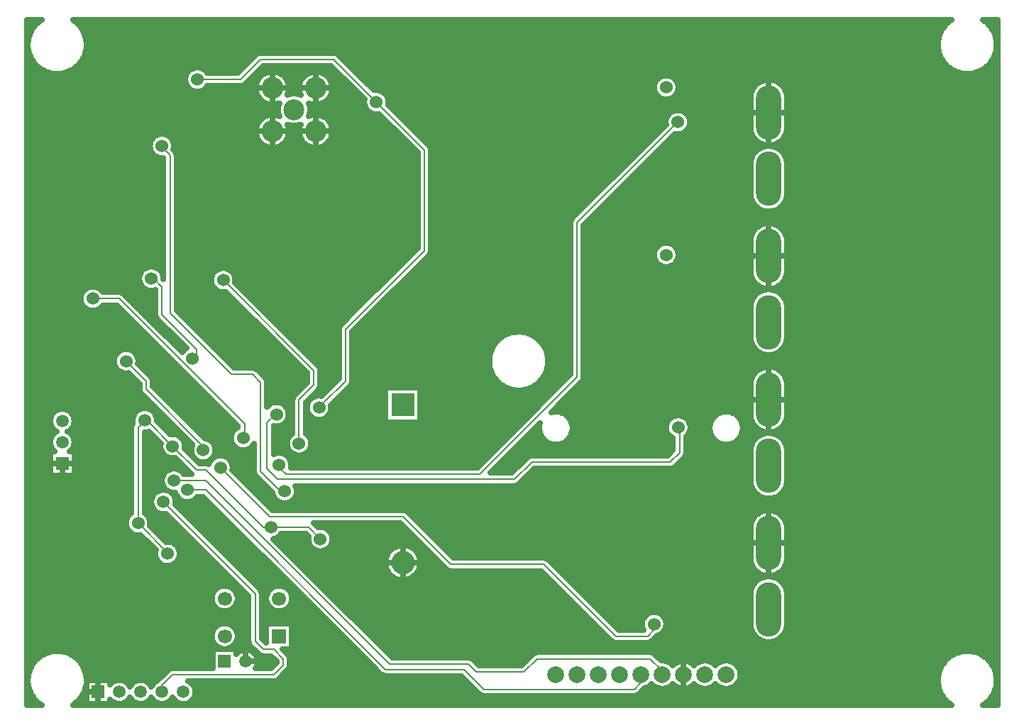
<source format=gbr>
%TF.GenerationSoftware,Novarm,DipTrace,3.3.0.1*%
%TF.CreationDate,2018-11-14T10:20:16-08:00*%
%FSLAX26Y26*%
%MOIN*%
%TF.FileFunction,Copper,L2,Bot*%
%TF.Part,Single*%
%TA.AperFunction,Conductor*%
%ADD14C,0.008*%
%TA.AperFunction,CopperBalancing*%
%ADD22C,0.025*%
%TA.AperFunction,ComponentPad*%
%ADD24C,0.102362*%
%ADD25C,0.098425*%
%ADD32R,0.110236X0.110236*%
%ADD33C,0.110236*%
%ADD35R,0.059055X0.059055*%
%ADD36C,0.059055*%
%TA.AperFunction,ViaPad*%
%ADD37C,0.06*%
%TA.AperFunction,ComponentPad*%
%ADD38O,0.11811X0.255906*%
%ADD42R,0.066929X0.066929*%
%ADD43C,0.066929*%
%ADD62C,0.079016*%
%ADD145C,0.06*%
G75*
G01*
%LPD*%
X1091200Y1143700D2*
D14*
Y1149949D1*
X953700Y1287449D1*
Y1739695D1*
X985102Y1771096D1*
X1578700Y1268700D2*
X1753699D1*
X1809949Y1212449D1*
X1816200Y1843700D2*
X1928700Y1956200D1*
Y2199951D1*
X2297449Y2568700D1*
Y3043216D1*
X2072288Y3268377D1*
X1232132Y3374162D2*
X1434162D1*
X1528700Y3468700D1*
X1871965D1*
X2072288Y3268377D1*
X985102Y1771096D2*
X994839D1*
X1116138Y1649797D1*
X1578700Y1268700D2*
X1540981D1*
X1272372Y1537309D1*
X1228627D1*
X1116138Y1649797D1*
X1616200Y1562449D2*
Y1549949D1*
X1647449Y1518700D1*
X2559951D1*
X3016200Y1974949D1*
Y2701184D1*
X3488686Y3173670D1*
X1603700Y1799949D2*
X1597506D1*
X1559842Y1762285D1*
Y1543558D1*
X1609836Y1493564D1*
X2722220D1*
X2803461Y1574805D1*
X3453393D1*
X3497138Y1618550D1*
Y1732083D1*
X3490830Y1738392D1*
X1341115Y1549808D2*
X1572222Y1318700D1*
X2197449D1*
X2422449Y1093700D1*
X2859951D1*
X3197510Y756141D1*
X3347392D1*
X3378330Y787079D1*
Y813392D1*
X1641200Y1437449D2*
X1622451D1*
X1528700Y1531200D1*
Y1949949D1*
X1491200Y1987449D1*
X1391200D1*
X1103640Y2275010D1*
Y3018403D1*
X1059894Y3062149D1*
X1066144D1*
X1016200Y2437449D2*
X1028701D1*
X1066200Y2399951D1*
Y2268700D1*
X1228700Y2106200D1*
Y2062449D1*
X1209949D1*
X1353700Y2431200D2*
X1778700Y2006200D1*
Y1937449D1*
X1709949Y1868699D1*
Y1662449D1*
X1066200Y493700D2*
Y524949D1*
X1116200Y574949D1*
X1591128D1*
X1634834Y618655D1*
Y649902D1*
X1591088Y693648D1*
X1541252D1*
X1503700Y731200D1*
Y956199D1*
X1072449Y1387449D1*
X1259949Y1631200D2*
Y1649951D1*
X991200Y1918700D1*
Y1955966D1*
X897411Y2049755D1*
X741178Y2343474D2*
X866426D1*
X1453700Y1756200D1*
Y1687449D1*
X1447449D1*
X3316200Y574949D2*
Y537449D1*
X3284951Y506200D1*
X2578699D1*
X2484949Y599949D1*
X2116200D1*
X1272449Y1443700D1*
X1184949D1*
X3416200Y574949D2*
Y593699D1*
X3359949Y649949D1*
X2828700D1*
X2766200Y587449D1*
X2541200D1*
X2503700Y624949D1*
X2134951D1*
X1272451Y1487449D1*
X1122449D1*
D37*
X1353700Y2431200D3*
X3378330Y813392D3*
X2141200Y2293700D3*
X3488686Y3173670D3*
X3490830Y1738392D3*
X1616200Y1562449D3*
X1641200Y1437449D3*
X1209949Y2062449D3*
X1603700Y1799949D3*
X985102Y1771096D3*
X953700Y1287449D3*
X1091200Y1143700D3*
X1122449Y1487449D3*
X1184949Y1443700D3*
X1072449Y1387449D3*
X634939Y1218592D3*
X1809949Y1212449D3*
X1578700Y1268700D3*
X1341115Y1549808D3*
X759926Y2230986D3*
X1116138Y1649797D3*
X1472351Y2149745D3*
X1291200Y1074949D3*
X766175Y1387325D3*
X1359863Y2874669D3*
X2678700Y674949D3*
X978653Y1087356D3*
X1232132Y3374162D3*
X3415830Y1763392D3*
X3303409Y831133D3*
X3309581Y1738392D3*
X3384581Y1075892D3*
X1016200Y2437449D3*
X897411Y2049755D3*
X1259949Y1631200D3*
X741178Y2343474D3*
X1447449Y1687449D3*
X1066144Y3062149D3*
X1803700Y1831200D3*
X2072288Y3268377D3*
X1634949Y1718700D3*
X1709949Y1662449D3*
X1503577Y518675D3*
X703682Y3068398D3*
X553697Y2624695D3*
X866200Y3574949D3*
X2503700Y3099949D3*
X2153700Y2737449D3*
X1672449Y3518700D3*
X3028700Y3168700D3*
X2616200Y3306200D3*
X3016200Y3543700D3*
X2659726Y2280981D3*
X4028700Y3593700D3*
X4329056Y3469020D3*
X4528700Y3593700D3*
X434718Y3630331D2*
D22*
X468508D1*
X678910D2*
X4743499D1*
X4953901D2*
X4987691D1*
X434718Y3605462D2*
X450854D1*
X696565D2*
X4725844D1*
X4971556D2*
X4987691D1*
X707294Y3580594D2*
X4715115D1*
X712784Y3555725D2*
X4709625D1*
X713609Y3530856D2*
X4708800D1*
X709878Y3505987D2*
X4712495D1*
X701193Y3481119D2*
X1495478D1*
X1905180D2*
X4721179D1*
X434718Y3456250D2*
X461008D1*
X686410D2*
X1470611D1*
X1930048D2*
X4735999D1*
X4961401D2*
X4987691D1*
X434718Y3431381D2*
X485015D1*
X662367D2*
X1445743D1*
X1537008D2*
X1863650D1*
X1954915D2*
X4760043D1*
X4937357D2*
X4987691D1*
X434718Y3406512D2*
X532885D1*
X614533D2*
X1183322D1*
X1280939D2*
X1420875D1*
X1512141D2*
X1554687D1*
X1615200D2*
X1757469D1*
X1817945D2*
X1888518D1*
X1979784D2*
X4807876D1*
X4889524D2*
X4987691D1*
X434718Y3381644D2*
X1173633D1*
X1487273D2*
X1521136D1*
X1648788D2*
X1723881D1*
X1851533D2*
X1913385D1*
X2004651D2*
X3397376D1*
X3471919D2*
X4987691D1*
X434718Y3356775D2*
X1175857D1*
X1462405D2*
X1508182D1*
X1661707D2*
X1710962D1*
X1864452D2*
X1938254D1*
X2029519D2*
X3379183D1*
X3490113D2*
X3863368D1*
X3969023D2*
X4987691D1*
X434718Y3331906D2*
X1192113D1*
X1272148D2*
X1504808D1*
X1665115D2*
X1707554D1*
X1867860D2*
X1963121D1*
X2054386D2*
X3375881D1*
X3493414D2*
X3840510D1*
X3991881D2*
X4987691D1*
X434718Y3307037D2*
X1509581D1*
X1863088D2*
X1987989D1*
X2115999D2*
X3384314D1*
X3484981D2*
X3830390D1*
X4002001D2*
X4987691D1*
X434718Y3282169D2*
X1524544D1*
X1848124D2*
X2012856D1*
X2129564D2*
X3419014D1*
X3450281D2*
X3828130D1*
X4004262D2*
X4987691D1*
X434718Y3257300D2*
X1569867D1*
X1802767D2*
X2014399D1*
X2130174D2*
X3828130D1*
X4004262D2*
X4987691D1*
X434718Y3232431D2*
X1608119D1*
X1764550D2*
X2026205D1*
X2153857D2*
X3828130D1*
X4004262D2*
X4987691D1*
X434718Y3207562D2*
X1568179D1*
X1804453D2*
X2087460D1*
X2178725D2*
X3440976D1*
X3536403D2*
X3828130D1*
X4004262D2*
X4987691D1*
X434718Y3182693D2*
X1524293D1*
X1848376D2*
X2112327D1*
X2203592D2*
X3430426D1*
X3546953D2*
X3828130D1*
X4004262D2*
X4987691D1*
X434718Y3157825D2*
X1509473D1*
X1863196D2*
X2137195D1*
X2228461D2*
X3427196D1*
X3545410D2*
X3828130D1*
X4004262D2*
X4987691D1*
X434718Y3132956D2*
X1504772D1*
X1665115D2*
X1707554D1*
X1867860D2*
X2162064D1*
X2253329D2*
X3402329D1*
X3530375D2*
X3829817D1*
X4002575D2*
X4987691D1*
X434718Y3108087D2*
X1030742D1*
X1101554D2*
X1508289D1*
X1661598D2*
X1711035D1*
X1864380D2*
X2186931D1*
X2278196D2*
X3377460D1*
X3468726D2*
X3839003D1*
X3993389D2*
X4987691D1*
X434718Y3083218D2*
X1011221D1*
X1121075D2*
X1521351D1*
X1648536D2*
X1724132D1*
X1851283D2*
X2211798D1*
X2303064D2*
X3352592D1*
X3443859D2*
X3859959D1*
X3972432D2*
X4987691D1*
X434718Y3058350D2*
X1007273D1*
X1125022D2*
X1555477D1*
X1614410D2*
X1758258D1*
X1817157D2*
X2236666D1*
X2326424D2*
X3327725D1*
X3418990D2*
X3888558D1*
X3943833D2*
X4987691D1*
X434718Y3033481D2*
X1014953D1*
X1132666D2*
X2261533D1*
X2330444D2*
X3302857D1*
X3394123D2*
X3849804D1*
X3982587D2*
X4987691D1*
X434718Y3008612D2*
X1045598D1*
X1136649D2*
X2264440D1*
X2330444D2*
X3277989D1*
X3369255D2*
X3834373D1*
X3998018D2*
X4987691D1*
X434718Y2983743D2*
X1070645D1*
X1136649D2*
X2264440D1*
X2330444D2*
X3253121D1*
X3344388D2*
X3828453D1*
X4003939D2*
X4987691D1*
X434718Y2958875D2*
X1070645D1*
X1136649D2*
X2264440D1*
X2330444D2*
X3228254D1*
X3319519D2*
X3828130D1*
X4004262D2*
X4987691D1*
X434718Y2934006D2*
X1070645D1*
X1136649D2*
X2264440D1*
X2330444D2*
X3203386D1*
X3294651D2*
X3828130D1*
X4004262D2*
X4987691D1*
X434718Y2909137D2*
X1070645D1*
X1136649D2*
X2264440D1*
X2330444D2*
X3178519D1*
X3269784D2*
X3828130D1*
X4004262D2*
X4987691D1*
X434718Y2884268D2*
X1070645D1*
X1136649D2*
X2264440D1*
X2330444D2*
X3153650D1*
X3244917D2*
X3828130D1*
X4004262D2*
X4987691D1*
X434718Y2859399D2*
X1070645D1*
X1136649D2*
X2264440D1*
X2330444D2*
X3128783D1*
X3220049D2*
X3828130D1*
X4004262D2*
X4987691D1*
X434718Y2834531D2*
X1070645D1*
X1136649D2*
X2264440D1*
X2330444D2*
X3103915D1*
X3195180D2*
X3828238D1*
X4004154D2*
X4987691D1*
X434718Y2809662D2*
X1070645D1*
X1136649D2*
X2264440D1*
X2330444D2*
X3079048D1*
X3170313D2*
X3833262D1*
X3999166D2*
X4987691D1*
X434718Y2784793D2*
X1070645D1*
X1136649D2*
X2264440D1*
X2330444D2*
X3054180D1*
X3145445D2*
X3847327D1*
X3985064D2*
X4987691D1*
X434718Y2759924D2*
X1070645D1*
X1136649D2*
X2264440D1*
X2330444D2*
X3029312D1*
X3120578D2*
X3880520D1*
X3951906D2*
X4987691D1*
X434718Y2735056D2*
X1070645D1*
X1136649D2*
X2264440D1*
X2330444D2*
X3004444D1*
X3095709D2*
X4987691D1*
X434718Y2710187D2*
X1070645D1*
X1136649D2*
X2264440D1*
X2330444D2*
X2984565D1*
X3070842D2*
X4987691D1*
X434718Y2685318D2*
X1070645D1*
X1136649D2*
X2264440D1*
X2330444D2*
X2983201D1*
X3049204D2*
X3868033D1*
X3964179D2*
X4987691D1*
X434718Y2660449D2*
X1070645D1*
X1136649D2*
X2264440D1*
X2330444D2*
X2983201D1*
X3049204D2*
X3842483D1*
X3989764D2*
X4987691D1*
X434718Y2635581D2*
X1070645D1*
X1136649D2*
X2264440D1*
X2330444D2*
X2983201D1*
X3049204D2*
X3831108D1*
X4001104D2*
X4987691D1*
X434718Y2610712D2*
X1070645D1*
X1136649D2*
X2264440D1*
X2330444D2*
X2983201D1*
X3049204D2*
X3828058D1*
X4004154D2*
X4987691D1*
X434718Y2585843D2*
X1070645D1*
X1136649D2*
X2264440D1*
X2330444D2*
X2983201D1*
X3049204D2*
X3388692D1*
X3480604D2*
X3828058D1*
X4004154D2*
X4987691D1*
X434718Y2560974D2*
X1070645D1*
X1136649D2*
X2244094D1*
X2329439D2*
X2983201D1*
X3049204D2*
X3376779D1*
X3492518D2*
X3828058D1*
X4004154D2*
X4987691D1*
X434718Y2536106D2*
X1070645D1*
X1136649D2*
X2219226D1*
X2310493D2*
X2983201D1*
X3049204D2*
X3377317D1*
X3491978D2*
X3828058D1*
X4004154D2*
X4987691D1*
X434718Y2511237D2*
X1070645D1*
X1136649D2*
X2194359D1*
X2285624D2*
X2983201D1*
X3049204D2*
X3390773D1*
X3478523D2*
X3828058D1*
X4004154D2*
X4987691D1*
X434718Y2486368D2*
X985420D1*
X1046974D2*
X1070645D1*
X1136649D2*
X1338987D1*
X1368389D2*
X2169491D1*
X2260756D2*
X2983201D1*
X3049204D2*
X3828058D1*
X4004154D2*
X4987691D1*
X434718Y2461499D2*
X962562D1*
X1136649D2*
X1303498D1*
X1403878D2*
X2144623D1*
X2235889D2*
X2983201D1*
X3049204D2*
X3829134D1*
X4003078D2*
X4987691D1*
X434718Y2436630D2*
X957216D1*
X1136649D2*
X1294957D1*
X1412455D2*
X2119755D1*
X2211022D2*
X2983201D1*
X3049204D2*
X3837208D1*
X3995003D2*
X4987691D1*
X434718Y2411762D2*
X963388D1*
X1136649D2*
X1298151D1*
X1418770D2*
X2094888D1*
X2186153D2*
X2983201D1*
X3049204D2*
X3856120D1*
X3976092D2*
X4987691D1*
X434718Y2386893D2*
X702510D1*
X779817D2*
X988470D1*
X1136649D2*
X1316129D1*
X1443638D2*
X2070020D1*
X2161285D2*
X2983201D1*
X3049204D2*
X3903881D1*
X3928367D2*
X4987691D1*
X434718Y2362024D2*
X685321D1*
X893498D2*
X1033183D1*
X1136649D2*
X1377239D1*
X1468506D2*
X2045153D1*
X2136418D2*
X2983201D1*
X3049204D2*
X3852746D1*
X3979465D2*
X4987691D1*
X434718Y2337155D2*
X682522D1*
X918365D2*
X1033183D1*
X1136649D2*
X1402108D1*
X1493373D2*
X2020284D1*
X2111550D2*
X2983201D1*
X3049204D2*
X3835666D1*
X3996546D2*
X4987691D1*
X434718Y2312287D2*
X691565D1*
X790797D2*
X851968D1*
X943233D2*
X1033183D1*
X1136649D2*
X1426976D1*
X1518241D2*
X1995417D1*
X2086683D2*
X2983201D1*
X3049204D2*
X3828704D1*
X4003544D2*
X4987691D1*
X434718Y2287418D2*
X731612D1*
X750750D2*
X876835D1*
X968100D2*
X1033183D1*
X1136864D2*
X1451843D1*
X1543108D2*
X1970549D1*
X2061814D2*
X2983201D1*
X3049204D2*
X3828058D1*
X4004154D2*
X4987691D1*
X434718Y2262549D2*
X901703D1*
X992968D2*
X1033829D1*
X1161731D2*
X1476710D1*
X1567977D2*
X1945682D1*
X2036947D2*
X2983201D1*
X3049204D2*
X3828058D1*
X4004154D2*
X4987691D1*
X434718Y2237680D2*
X926570D1*
X1017836D2*
X1051591D1*
X1186599D2*
X1501578D1*
X1592844D2*
X1920814D1*
X2012079D2*
X2983201D1*
X3049204D2*
X3828058D1*
X4004154D2*
X4987691D1*
X434718Y2212812D2*
X951438D1*
X1042739D2*
X1076459D1*
X1211466D2*
X1526447D1*
X1617712D2*
X1898529D1*
X1987212D2*
X2983201D1*
X3049204D2*
X3828058D1*
X4004154D2*
X4987691D1*
X434718Y2187943D2*
X976306D1*
X1067607D2*
X1101326D1*
X1236335D2*
X1551314D1*
X1642579D2*
X1895695D1*
X1962343D2*
X2983201D1*
X3049204D2*
X3828058D1*
X4004154D2*
X4987691D1*
X434718Y2163074D2*
X1001209D1*
X1092476D2*
X1126195D1*
X1261203D2*
X1576182D1*
X1667448D2*
X1895695D1*
X1961697D2*
X2660315D1*
X2822092D2*
X2983201D1*
X3049204D2*
X3828058D1*
X4004154D2*
X4987691D1*
X434718Y2138205D2*
X1026077D1*
X1117343D2*
X1151062D1*
X1286070D2*
X1601049D1*
X1692315D2*
X1895695D1*
X1961697D2*
X2633079D1*
X2849293D2*
X2983201D1*
X3049204D2*
X3832077D1*
X4000171D2*
X4987691D1*
X434718Y2113336D2*
X1050945D1*
X1142210D2*
X1175930D1*
X1310938D2*
X1625918D1*
X1717183D2*
X1895695D1*
X1961697D2*
X2616536D1*
X2865872D2*
X2983201D1*
X3049204D2*
X3844745D1*
X3987468D2*
X4987691D1*
X434718Y2088468D2*
X853762D1*
X941079D2*
X1075813D1*
X1335806D2*
X1650785D1*
X1742050D2*
X1895695D1*
X1961697D2*
X2606561D1*
X2875847D2*
X2983201D1*
X3049204D2*
X3873630D1*
X3958617D2*
X4987691D1*
X434718Y2063599D2*
X840125D1*
X954680D2*
X1100680D1*
X1360674D2*
X1675653D1*
X1766918D2*
X1895695D1*
X1961697D2*
X2601752D1*
X2880655D2*
X2983201D1*
X3049204D2*
X4987691D1*
X434718Y2038730D2*
X839480D1*
X955326D2*
X1125548D1*
X1385541D2*
X1700520D1*
X1791787D2*
X1895695D1*
X1961697D2*
X2601536D1*
X2880871D2*
X2983201D1*
X3049204D2*
X4987691D1*
X434718Y2013861D2*
X851285D1*
X978938D2*
X1150417D1*
X1508947D2*
X1725388D1*
X1810733D2*
X1895695D1*
X1961697D2*
X2605878D1*
X2876529D2*
X2983201D1*
X3049204D2*
X3874636D1*
X3957755D2*
X4987691D1*
X434718Y1988993D2*
X912540D1*
X1003805D2*
X1175284D1*
X1535285D2*
X1745699D1*
X1811701D2*
X1895695D1*
X1961697D2*
X2615315D1*
X2867091D2*
X2983201D1*
X3049204D2*
X3845210D1*
X3987217D2*
X4987691D1*
X434718Y1964124D2*
X937407D1*
X1023075D2*
X1200151D1*
X1558216D2*
X1745699D1*
X1811701D2*
X1890994D1*
X1961697D2*
X2631106D1*
X2851302D2*
X2959733D1*
X3047230D2*
X3832329D1*
X4000099D2*
X4987691D1*
X434718Y1939255D2*
X958184D1*
X1024187D2*
X1225019D1*
X1561696D2*
X1734861D1*
X1811701D2*
X1866127D1*
X1956566D2*
X2656906D1*
X2825502D2*
X2934865D1*
X3026130D2*
X3828166D1*
X4004226D2*
X4987691D1*
X434718Y1914386D2*
X958507D1*
X1041161D2*
X1249886D1*
X1561696D2*
X1709994D1*
X1801259D2*
X1841258D1*
X1932524D2*
X2113333D1*
X2281569D2*
X2714931D1*
X2767477D2*
X2909997D1*
X3001263D2*
X3828130D1*
X4004262D2*
X4987691D1*
X434718Y1889518D2*
X974763D1*
X1066028D2*
X1274755D1*
X1561696D2*
X1685162D1*
X1776392D2*
X1816390D1*
X1907657D2*
X2113333D1*
X2281569D2*
X2885129D1*
X2976394D2*
X3828130D1*
X4004262D2*
X4987691D1*
X434718Y1864649D2*
X999630D1*
X1090896D2*
X1299623D1*
X1561696D2*
X1676944D1*
X1882788D2*
X2113333D1*
X2281569D2*
X2860262D1*
X2951527D2*
X3828130D1*
X4004262D2*
X4987691D1*
X434718Y1839780D2*
X1024498D1*
X1115764D2*
X1324490D1*
X1646276D2*
X1676944D1*
X1862048D2*
X2113333D1*
X2281569D2*
X2835394D1*
X2926659D2*
X3828130D1*
X4004262D2*
X4987691D1*
X434718Y1814911D2*
X563459D1*
X631399D2*
X946917D1*
X1023291D2*
X1049367D1*
X1140632D2*
X1349357D1*
X1660666D2*
X1676944D1*
X1860289D2*
X2113333D1*
X2281569D2*
X2810525D1*
X2901792D2*
X3828130D1*
X4004262D2*
X4987691D1*
X434718Y1790043D2*
X543184D1*
X651674D2*
X929369D1*
X1040838D2*
X1074234D1*
X1165499D2*
X1374226D1*
X1661814D2*
X1676944D1*
X1742948D2*
X1762493D1*
X1844894D2*
X2113333D1*
X2281569D2*
X2785658D1*
X2973381D2*
X3465413D1*
X3516237D2*
X3659007D1*
X3773382D2*
X3828704D1*
X4003687D2*
X4987691D1*
X434718Y1765174D2*
X539022D1*
X655872D2*
X926427D1*
X1046399D2*
X1099102D1*
X1190367D2*
X1399094D1*
X1650725D2*
X1676944D1*
X1742948D2*
X2113333D1*
X2281569D2*
X2760791D1*
X2990210D2*
X3438571D1*
X3543078D2*
X3642178D1*
X3790212D2*
X3835522D1*
X3996869D2*
X4987691D1*
X434718Y1740305D2*
X546557D1*
X648336D2*
X920721D1*
X1071267D2*
X1123969D1*
X1215235D2*
X1420696D1*
X1592844D2*
X1676944D1*
X1742948D2*
X2735923D1*
X2996132D2*
X3431860D1*
X3549788D2*
X3636256D1*
X3796133D2*
X3852352D1*
X3980040D2*
X4987691D1*
X434718Y1715436D2*
X564247D1*
X630609D2*
X920686D1*
X1096136D2*
X1148836D1*
X1240103D2*
X1395864D1*
X1592844D2*
X1676944D1*
X1742948D2*
X2711056D1*
X2802321D2*
X2838552D1*
X2993835D2*
X3436705D1*
X3544944D2*
X3638553D1*
X3793836D2*
X3900364D1*
X3932062D2*
X4987691D1*
X434718Y1690567D2*
X543435D1*
X651459D2*
X920686D1*
X986688D2*
X1029738D1*
X1157749D2*
X1173705D1*
X1264970D2*
X1388544D1*
X1592844D2*
X1658428D1*
X1761464D2*
X2686187D1*
X2777453D2*
X2849999D1*
X2982388D2*
X3458235D1*
X3530124D2*
X3650001D1*
X3782389D2*
X3856766D1*
X3975662D2*
X4987691D1*
X434718Y1665699D2*
X538985D1*
X655909D2*
X920686D1*
X986688D2*
X1054606D1*
X1172856D2*
X1198573D1*
X1307207D2*
X1392814D1*
X1592844D2*
X1651036D1*
X1768856D2*
X2661319D1*
X2752586D2*
X2878599D1*
X2953788D2*
X3464121D1*
X3530124D2*
X3678600D1*
X3753789D2*
X3837532D1*
X3994860D2*
X4987691D1*
X434718Y1640830D2*
X546270D1*
X648624D2*
X920686D1*
X986688D2*
X1057871D1*
X1174435D2*
X1201766D1*
X1318115D2*
X1413016D1*
X1481855D2*
X1495693D1*
X1592844D2*
X1655234D1*
X1764658D2*
X2636452D1*
X2727717D2*
X3464121D1*
X3530124D2*
X3829314D1*
X4003078D2*
X4987691D1*
X434718Y1615961D2*
X538914D1*
X655980D2*
X920686D1*
X986688D2*
X1068385D1*
X1316859D2*
X1495693D1*
X1636838D2*
X1675330D1*
X1744562D2*
X2611585D1*
X2702850D2*
X3448906D1*
X3530016D2*
X3828130D1*
X4004262D2*
X4987691D1*
X434718Y1591092D2*
X538914D1*
X655980D2*
X920686D1*
X986688D2*
X1129208D1*
X1382204D2*
X1495693D1*
X1667411D2*
X2586716D1*
X2677982D2*
X2774104D1*
X3515304D2*
X3828130D1*
X4004262D2*
X4987691D1*
X434718Y1566224D2*
X538914D1*
X655980D2*
X920686D1*
X986688D2*
X1154077D1*
X1397670D2*
X1495693D1*
X1675091D2*
X2561848D1*
X2653115D2*
X2749235D1*
X3490436D2*
X3828130D1*
X4004262D2*
X4987691D1*
X434718Y1541355D2*
X538914D1*
X655980D2*
X920686D1*
X986688D2*
X1103012D1*
X1141888D2*
X1178944D1*
X1399464D2*
X1495693D1*
X2628246D2*
X2724368D1*
X2815633D2*
X3828130D1*
X4004262D2*
X4987691D1*
X434718Y1516486D2*
X538914D1*
X655980D2*
X920686D1*
X986688D2*
X1071470D1*
X1420062D2*
X1499498D1*
X2790766D2*
X3828130D1*
X4004262D2*
X4987691D1*
X434718Y1491617D2*
X920686D1*
X986688D2*
X1063612D1*
X1444930D2*
X1522642D1*
X2765898D2*
X3828130D1*
X4004262D2*
X4987691D1*
X434718Y1466749D2*
X920686D1*
X986688D2*
X1067380D1*
X1469797D2*
X1547510D1*
X2739237D2*
X3831073D1*
X4001319D2*
X4987691D1*
X434718Y1441880D2*
X920686D1*
X986688D2*
X1054784D1*
X1494665D2*
X1572378D1*
X1700031D2*
X3842233D1*
X3990159D2*
X4987691D1*
X434718Y1417011D2*
X920686D1*
X986688D2*
X1021808D1*
X1519533D2*
X1586014D1*
X1696371D2*
X3867351D1*
X3965040D2*
X4987691D1*
X434718Y1392142D2*
X920686D1*
X986688D2*
X1013662D1*
X1131266D2*
X1159351D1*
X1210570D2*
X1278378D1*
X1544401D2*
X1604961D1*
X1677459D2*
X4987691D1*
X434718Y1367273D2*
X920686D1*
X986688D2*
X1017178D1*
X1138263D2*
X1303247D1*
X1569268D2*
X4987691D1*
X434718Y1342405D2*
X920686D1*
X986688D2*
X1035838D1*
X1163130D2*
X1328115D1*
X2219130D2*
X3882315D1*
X3950077D2*
X4987691D1*
X434718Y1317536D2*
X903389D1*
X1004020D2*
X1096733D1*
X1187999D2*
X1352982D1*
X2244250D2*
X3847938D1*
X3984453D2*
X4987691D1*
X434718Y1292667D2*
X894956D1*
X1012453D2*
X1121602D1*
X1212867D2*
X1377850D1*
X2269117D2*
X3833512D1*
X3998878D2*
X4987691D1*
X434718Y1267798D2*
X898222D1*
X1018985D2*
X1146469D1*
X1237734D2*
X1402717D1*
X1823794D2*
X2202720D1*
X2293985D2*
X3828273D1*
X4004117D2*
X4987691D1*
X434718Y1242930D2*
X916415D1*
X1043852D2*
X1171336D1*
X1262602D2*
X1427586D1*
X1860037D2*
X2227587D1*
X2318854D2*
X3828130D1*
X4004262D2*
X4987691D1*
X434718Y1218061D2*
X977455D1*
X1068720D2*
X1196204D1*
X1287470D2*
X1452453D1*
X1606264D2*
X1751225D1*
X1868686D2*
X2252455D1*
X2343721D2*
X3828130D1*
X4004262D2*
X4987691D1*
X434718Y1193192D2*
X1002322D1*
X1120968D2*
X1221071D1*
X1312338D2*
X1477321D1*
X1612330D2*
X1754347D1*
X1865564D2*
X2277323D1*
X2368588D2*
X3828130D1*
X4004262D2*
X4987691D1*
X434718Y1168323D2*
X1027190D1*
X1144543D2*
X1245940D1*
X1337205D2*
X1502188D1*
X1637197D2*
X1772145D1*
X1847730D2*
X2147422D1*
X2247480D2*
X2302191D1*
X2393456D2*
X3828130D1*
X4004262D2*
X4987691D1*
X434718Y1143455D2*
X1032213D1*
X1150213D2*
X1270808D1*
X1362073D2*
X1527057D1*
X1662065D2*
X2124671D1*
X2270230D2*
X2327058D1*
X2418323D2*
X3828130D1*
X4004262D2*
X4987691D1*
X434718Y1118586D2*
X1038099D1*
X1144327D2*
X1295675D1*
X1386940D2*
X1551924D1*
X1686932D2*
X2115054D1*
X2279847D2*
X2351926D1*
X2880082D2*
X3828381D1*
X4004010D2*
X4987691D1*
X434718Y1093717D2*
X1062356D1*
X1120035D2*
X1320543D1*
X1411809D2*
X1576792D1*
X1711800D2*
X2113763D1*
X2281138D2*
X2376794D1*
X2905560D2*
X3834087D1*
X3998340D2*
X4987691D1*
X434718Y1068848D2*
X1345410D1*
X1436676D2*
X1601659D1*
X1736669D2*
X2120365D1*
X2274536D2*
X2402272D1*
X2930427D2*
X3849158D1*
X3983233D2*
X4987691D1*
X434718Y1043980D2*
X1370279D1*
X1461544D2*
X1626527D1*
X1761571D2*
X2137518D1*
X2257384D2*
X2864029D1*
X2955294D2*
X3886262D1*
X3946129D2*
X4987691D1*
X434718Y1019111D2*
X1395146D1*
X1486411D2*
X1651396D1*
X1786439D2*
X2888897D1*
X2980163D2*
X3860892D1*
X3971499D2*
X4987691D1*
X434718Y994242D2*
X1420014D1*
X1511280D2*
X1676263D1*
X1811308D2*
X2913764D1*
X3005031D2*
X3839434D1*
X3992994D2*
X4987691D1*
X434718Y969373D2*
X1309850D1*
X1410731D2*
X1444881D1*
X1533707D2*
X1565739D1*
X1666658D2*
X1701130D1*
X1836175D2*
X2938633D1*
X3029898D2*
X3829960D1*
X4002431D2*
X4987691D1*
X434718Y944504D2*
X1298869D1*
X1421713D2*
X1469750D1*
X1536686D2*
X1554794D1*
X1677638D2*
X1725998D1*
X1861043D2*
X2963501D1*
X3054766D2*
X3828130D1*
X4004262D2*
X4987691D1*
X434718Y919636D2*
X1299407D1*
X1421174D2*
X1470683D1*
X1536686D2*
X1555333D1*
X1677065D2*
X1750867D1*
X1885910D2*
X2988368D1*
X3079633D2*
X3828130D1*
X4004262D2*
X4987691D1*
X434718Y894767D2*
X1311894D1*
X1408687D2*
X1470683D1*
X1536686D2*
X1567821D1*
X1664577D2*
X1775734D1*
X1910777D2*
X3013235D1*
X3104502D2*
X3828130D1*
X4004262D2*
X4987691D1*
X434718Y869898D2*
X1470683D1*
X1536686D2*
X1800602D1*
X1935646D2*
X3038104D1*
X3129369D2*
X3828130D1*
X4004262D2*
X4987691D1*
X434718Y845029D2*
X1470683D1*
X1536686D2*
X1825469D1*
X1960514D2*
X3062972D1*
X3154237D2*
X3329016D1*
X3427638D2*
X3828130D1*
X4004262D2*
X4987691D1*
X434718Y820161D2*
X1470683D1*
X1536686D2*
X1850373D1*
X1985381D2*
X3087839D1*
X3179141D2*
X3319722D1*
X3436932D2*
X3828130D1*
X4004262D2*
X4987691D1*
X434718Y795292D2*
X1312326D1*
X1408256D2*
X1470683D1*
X1536686D2*
X1553718D1*
X1678679D2*
X1875241D1*
X2010249D2*
X3112743D1*
X3204008D2*
X3322306D1*
X3434348D2*
X3830210D1*
X4002180D2*
X4987691D1*
X434718Y770423D2*
X1299550D1*
X1421031D2*
X1470683D1*
X1536686D2*
X1553718D1*
X1678679D2*
X1900108D1*
X2035117D2*
X3137611D1*
X3417519D2*
X3840079D1*
X3992348D2*
X4987691D1*
X434718Y745554D2*
X1298797D1*
X1421821D2*
X1470683D1*
X1536686D2*
X1553718D1*
X1678679D2*
X1924976D1*
X2059985D2*
X3162478D1*
X3382424D2*
X3862363D1*
X3970028D2*
X4987691D1*
X434718Y720686D2*
X1309490D1*
X1411127D2*
X1472585D1*
X1678679D2*
X1949844D1*
X2084852D2*
X4987691D1*
X434718Y695817D2*
X1493432D1*
X1634541D2*
X1974712D1*
X2109720D2*
X4987691D1*
X434718Y670948D2*
X507981D1*
X639438D2*
X1301417D1*
X1659410D2*
X1999579D1*
X2134587D2*
X2804067D1*
X3384578D2*
X4782972D1*
X4914428D2*
X4987691D1*
X434718Y646079D2*
X473927D1*
X673456D2*
X1301417D1*
X1517810D2*
X1593011D1*
X1667842D2*
X2024447D1*
X2528201D2*
X2779199D1*
X3409445D2*
X4748953D1*
X4948447D2*
X4987691D1*
X434718Y621210D2*
X454226D1*
X693192D2*
X1301417D1*
X1516088D2*
X1591755D1*
X1667842D2*
X2049314D1*
X2553069D2*
X2754331D1*
X3765775D2*
X4729217D1*
X4968183D2*
X4987691D1*
X705321Y596342D2*
X1091961D1*
X1658153D2*
X2074183D1*
X3781133D2*
X4717088D1*
X711923Y571473D2*
X1067092D1*
X1633285D2*
X2102783D1*
X3784615D2*
X4710451D1*
X824743Y546604D2*
X845256D1*
X887146D2*
X945266D1*
X987155D2*
X1042225D1*
X1604901D2*
X2492665D1*
X3778298D2*
X4708585D1*
X1217208Y521735D2*
X2517532D1*
X3357772D2*
X3374662D1*
X3457746D2*
X3474634D1*
X3557755D2*
X3574644D1*
X3657764D2*
X3674653D1*
X3757773D2*
X4711239D1*
X1224637Y496867D2*
X2542399D1*
X3321242D2*
X4718704D1*
X434718Y471998D2*
X456918D1*
X690465D2*
X707676D1*
X1220367D2*
X4731909D1*
X4965491D2*
X4987691D1*
X434718Y447129D2*
X478340D1*
X669078D2*
X707676D1*
X899848D2*
X932564D1*
X999857D2*
X1032536D1*
X1099831D2*
X1132545D1*
X1199840D2*
X4753331D1*
X4944069D2*
X4987691D1*
X1662609Y3129363D2*
X1661851Y3120213D1*
X1660018Y3111217D1*
X1657136Y3102501D1*
X1653246Y3094184D1*
X1648401Y3086385D1*
X1642671Y3079212D1*
X1636134Y3072766D1*
X1628882Y3067134D1*
X1621018Y3062399D1*
X1612648Y3058624D1*
X1603892Y3055864D1*
X1594871Y3054155D1*
X1585712Y3053523D1*
X1576543Y3053976D1*
X1567490Y3055507D1*
X1558682Y3058095D1*
X1550239Y3061705D1*
X1542283Y3066285D1*
X1534922Y3071773D1*
X1528260Y3078091D1*
X1522390Y3085150D1*
X1517394Y3092852D1*
X1513342Y3101091D1*
X1510289Y3109750D1*
X1508280Y3118708D1*
X1507342Y3127842D1*
X1507487Y3137022D1*
X1508716Y3146120D1*
X1511008Y3155010D1*
X1514334Y3163567D1*
X1518646Y3171672D1*
X1523884Y3179213D1*
X1529976Y3186082D1*
X1536834Y3192184D1*
X1544365Y3197436D1*
X1552464Y3201762D1*
X1561015Y3205102D1*
X1569902Y3207410D1*
X1578998Y3208653D1*
X1588178Y3208814D1*
X1597312Y3207892D1*
X1606273Y3205897D1*
X1614938Y3202860D1*
X1617100Y3201911D1*
X1614322Y3209182D1*
X1612708Y3214903D1*
X1611548Y3220734D1*
X1610850Y3226637D1*
X1610616Y3232578D1*
X1610850Y3238519D1*
X1611548Y3244422D1*
X1612708Y3250252D1*
X1614322Y3255974D1*
X1617167Y3263260D1*
X1609186Y3260151D1*
X1600309Y3257808D1*
X1591217Y3256528D1*
X1582039Y3256330D1*
X1572899Y3257216D1*
X1563930Y3259172D1*
X1555254Y3262175D1*
X1546993Y3266180D1*
X1539262Y3271132D1*
X1532169Y3276961D1*
X1525813Y3283587D1*
X1520283Y3290915D1*
X1515657Y3298846D1*
X1511998Y3307267D1*
X1509359Y3316060D1*
X1507776Y3325103D1*
X1507270Y3334271D1*
X1507850Y3343434D1*
X1509507Y3352464D1*
X1512217Y3361235D1*
X1515943Y3369627D1*
X1520634Y3377519D1*
X1526222Y3384802D1*
X1532632Y3391376D1*
X1539772Y3397148D1*
X1547543Y3402037D1*
X1555836Y3405974D1*
X1564536Y3408906D1*
X1573522Y3410792D1*
X1582667Y3411603D1*
X1591844Y3411330D1*
X1600924Y3409977D1*
X1609783Y3407561D1*
X1618293Y3404117D1*
X1626338Y3399693D1*
X1633805Y3394352D1*
X1640588Y3388166D1*
X1646596Y3381224D1*
X1651742Y3373620D1*
X1655956Y3365462D1*
X1659176Y3356865D1*
X1661361Y3347948D1*
X1662478Y3338835D1*
X1662545Y3330283D1*
X1661570Y3321154D1*
X1659524Y3312204D1*
X1656436Y3303557D1*
X1655665Y3301804D1*
X1662932Y3304585D1*
X1668654Y3306199D1*
X1674485Y3307359D1*
X1680388Y3308057D1*
X1686329Y3308291D1*
X1692270Y3308057D1*
X1698172Y3307359D1*
X1704003Y3306199D1*
X1709725Y3304585D1*
X1717011Y3301739D1*
X1714144Y3308999D1*
X1711713Y3317852D1*
X1710344Y3326931D1*
X1710056Y3336107D1*
X1710851Y3345254D1*
X1712721Y3354242D1*
X1715638Y3362948D1*
X1719562Y3371249D1*
X1724438Y3379027D1*
X1730197Y3386178D1*
X1736760Y3392598D1*
X1744035Y3398199D1*
X1751919Y3402902D1*
X1760304Y3406644D1*
X1769070Y3409368D1*
X1778098Y3411040D1*
X1787260Y3411636D1*
X1796428Y3411146D1*
X1805474Y3409578D1*
X1814272Y3406953D1*
X1822699Y3403309D1*
X1830637Y3398696D1*
X1837976Y3393179D1*
X1844611Y3386835D1*
X1850452Y3379752D1*
X1855418Y3372029D1*
X1859436Y3363775D1*
X1862453Y3355104D1*
X1864427Y3346137D1*
X1865329Y3337001D1*
X1865192Y3328449D1*
X1864002Y3319346D1*
X1861745Y3310445D1*
X1858453Y3301875D1*
X1854175Y3293752D1*
X1848968Y3286191D1*
X1842903Y3279297D1*
X1836070Y3273166D1*
X1828560Y3267885D1*
X1820480Y3263527D1*
X1811941Y3260151D1*
X1803065Y3257808D1*
X1793973Y3256528D1*
X1784794Y3256330D1*
X1775655Y3257216D1*
X1766686Y3259172D1*
X1758010Y3262175D1*
X1755557Y3263246D1*
X1758335Y3255974D1*
X1759949Y3250252D1*
X1761109Y3244422D1*
X1761808Y3238519D1*
X1762041Y3232578D1*
X1761808Y3226637D1*
X1761109Y3220734D1*
X1759949Y3214903D1*
X1758335Y3209182D1*
X1755490Y3201896D1*
X1763771Y3205102D1*
X1772658Y3207410D1*
X1781754Y3208653D1*
X1790934Y3208814D1*
X1800067Y3207892D1*
X1809029Y3205897D1*
X1817693Y3202860D1*
X1825939Y3198821D1*
X1833650Y3193838D1*
X1840720Y3187981D1*
X1847048Y3181330D1*
X1852548Y3173978D1*
X1857142Y3166029D1*
X1860767Y3157594D1*
X1863371Y3148789D1*
X1864917Y3139739D1*
X1865388Y3131200D1*
X1864846Y3122035D1*
X1863225Y3112998D1*
X1860550Y3104216D1*
X1856857Y3095810D1*
X1852199Y3087898D1*
X1846640Y3080592D1*
X1840258Y3073993D1*
X1833141Y3068192D1*
X1825390Y3063271D1*
X1817112Y3059300D1*
X1808424Y3056333D1*
X1799447Y3054411D1*
X1790305Y3053562D1*
X1781127Y3053798D1*
X1772041Y3055115D1*
X1763174Y3057495D1*
X1754649Y3060903D1*
X1746586Y3065294D1*
X1739098Y3070607D1*
X1732288Y3076766D1*
X1726252Y3083683D1*
X1721077Y3091266D1*
X1716830Y3099406D1*
X1713574Y3107990D1*
X1711354Y3116898D1*
X1710199Y3126007D1*
X1710128Y3135187D1*
X1711140Y3144313D1*
X1713222Y3153254D1*
X1716344Y3161888D1*
X1716994Y3163351D1*
X1709725Y3160571D1*
X1704003Y3158957D1*
X1698172Y3157797D1*
X1692270Y3157099D1*
X1686329Y3156865D1*
X1680388Y3157099D1*
X1674485Y3157797D1*
X1668654Y3158957D1*
X1662932Y3160571D1*
X1655646Y3163417D1*
X1658615Y3155859D1*
X1661008Y3146995D1*
X1662342Y3137911D1*
X1662609Y3129363D1*
X2125018Y1925318D2*
X2279067D1*
Y1762082D1*
X2115831D1*
Y1925318D1*
X2125018D1*
X2279046Y1100130D2*
X2278325Y1090978D1*
X2276578Y1081964D1*
X2273831Y1073203D1*
X2270116Y1064806D1*
X2265483Y1056880D1*
X2259989Y1049524D1*
X2253703Y1042831D1*
X2246704Y1036888D1*
X2239083Y1031767D1*
X2230935Y1027535D1*
X2222364Y1024245D1*
X2213477Y1021939D1*
X2204386Y1020645D1*
X2195209Y1020380D1*
X2186060Y1021149D1*
X2177054Y1022939D1*
X2168308Y1025730D1*
X2159928Y1029485D1*
X2152025Y1034158D1*
X2144696Y1039688D1*
X2138036Y1046007D1*
X2132127Y1053035D1*
X2127044Y1060682D1*
X2122852Y1068850D1*
X2119604Y1077438D1*
X2117342Y1086336D1*
X2116094Y1095432D1*
X2115875Y1104612D1*
X2116687Y1113756D1*
X2118523Y1122754D1*
X2121356Y1131486D1*
X2125153Y1139846D1*
X2129865Y1147726D1*
X2135432Y1155028D1*
X2141784Y1161658D1*
X2148840Y1167532D1*
X2156511Y1172577D1*
X2164701Y1176728D1*
X2173305Y1179932D1*
X2182214Y1182151D1*
X2191317Y1183355D1*
X2200497Y1183529D1*
X2209638Y1182671D1*
X2218625Y1180791D1*
X2227344Y1177914D1*
X2235684Y1174075D1*
X2243541Y1169325D1*
X2250815Y1163722D1*
X2257414Y1157338D1*
X2263252Y1150252D1*
X2268259Y1142556D1*
X2272371Y1134346D1*
X2275533Y1125726D1*
X2277708Y1116806D1*
X2278867Y1107699D1*
X2279046Y1100130D1*
X543252Y1624583D2*
X562724D1*
X557825Y1628938D1*
X552116Y1635624D1*
X547522Y1643120D1*
X544158Y1651242D1*
X542106Y1659791D1*
X541415Y1668556D1*
X542106Y1677321D1*
X544158Y1685869D1*
X547522Y1693991D1*
X552116Y1701487D1*
X557825Y1708174D1*
X564511Y1713882D1*
X572179Y1718556D1*
X564511Y1723229D1*
X557825Y1728938D1*
X552116Y1735624D1*
X547522Y1743120D1*
X544158Y1751242D1*
X542106Y1759791D1*
X541415Y1768556D1*
X542106Y1777321D1*
X544158Y1785869D1*
X547522Y1793991D1*
X552116Y1801487D1*
X557825Y1808174D1*
X564511Y1813882D1*
X572007Y1818477D1*
X580129Y1821840D1*
X588678Y1823893D1*
X597443Y1824583D1*
X606208Y1823893D1*
X614756Y1821840D1*
X622878Y1818477D1*
X630375Y1813882D1*
X637061Y1808174D1*
X642770Y1801487D1*
X647364Y1793991D1*
X650728Y1785869D1*
X652780Y1777321D1*
X653470Y1768556D1*
X652780Y1759791D1*
X650728Y1751242D1*
X647364Y1743120D1*
X642770Y1735624D1*
X637061Y1728938D1*
X630375Y1723229D1*
X622707Y1718556D1*
X630375Y1713882D1*
X637061Y1708174D1*
X642770Y1701487D1*
X647364Y1693991D1*
X650728Y1685869D1*
X652780Y1677321D1*
X653470Y1668556D1*
X652780Y1659791D1*
X650728Y1651242D1*
X647364Y1643120D1*
X642770Y1635624D1*
X637061Y1628938D1*
X632088Y1624579D1*
X653470Y1624583D1*
Y1512528D1*
X541415D1*
Y1624583D1*
X543252D1*
X3490970Y3332687D2*
X3489583Y3323930D1*
X3486844Y3315498D1*
X3482819Y3307599D1*
X3477608Y3300426D1*
X3471339Y3294157D1*
X3464166Y3288945D1*
X3456267Y3284920D1*
X3447835Y3282182D1*
X3439078Y3280794D1*
X3430212D1*
X3421455Y3282182D1*
X3413023Y3284920D1*
X3405124Y3288945D1*
X3397951Y3294157D1*
X3391682Y3300426D1*
X3386470Y3307599D1*
X3382445Y3315498D1*
X3379707Y3323930D1*
X3378319Y3332687D1*
Y3341553D1*
X3379707Y3350310D1*
X3382445Y3358742D1*
X3386470Y3366641D1*
X3391682Y3373814D1*
X3397951Y3380083D1*
X3405124Y3385294D1*
X3413023Y3389319D1*
X3421455Y3392058D1*
X3430212Y3393445D1*
X3439078D1*
X3447835Y3392058D1*
X3456267Y3389319D1*
X3464166Y3385294D1*
X3471339Y3380083D1*
X3477608Y3373814D1*
X3482819Y3366641D1*
X3486844Y3358742D1*
X3489583Y3350310D1*
X3490970Y3341553D1*
Y3332687D1*
Y2545285D2*
X3489583Y2536528D1*
X3486844Y2528096D1*
X3482819Y2520197D1*
X3477608Y2513024D1*
X3471339Y2506755D1*
X3464166Y2501544D1*
X3456267Y2497519D1*
X3447835Y2494780D1*
X3439078Y2493393D1*
X3430212D1*
X3421455Y2494780D1*
X3413023Y2497519D1*
X3405124Y2501544D1*
X3397951Y2506755D1*
X3391682Y2513024D1*
X3386470Y2520197D1*
X3382445Y2528096D1*
X3379707Y2536528D1*
X3378319Y2545285D1*
Y2554151D1*
X3379707Y2562909D1*
X3382445Y2571340D1*
X3386470Y2579239D1*
X3391682Y2586413D1*
X3397951Y2592682D1*
X3405124Y2597893D1*
X3413023Y2601918D1*
X3421455Y2604657D1*
X3430212Y2606044D1*
X3439078D1*
X3447835Y2604657D1*
X3456267Y2601918D1*
X3464166Y2597893D1*
X3471339Y2592682D1*
X3477608Y2586413D1*
X3482819Y2579239D1*
X3486844Y2571340D1*
X3489583Y2562909D1*
X3490970Y2554151D1*
Y2545285D1*
X3830560Y2612918D2*
X3830993Y2621552D1*
X3832407Y2630624D1*
X3834788Y2639493D1*
X3838104Y2648054D1*
X3842318Y2656212D1*
X3847382Y2663871D1*
X3853239Y2670943D1*
X3859819Y2677346D1*
X3867049Y2683007D1*
X3874842Y2687861D1*
X3883112Y2691852D1*
X3891760Y2694935D1*
X3900691Y2697071D1*
X3909798Y2698239D1*
X3918978Y2698424D1*
X3928125Y2697625D1*
X3937133Y2695850D1*
X3945901Y2693119D1*
X3954323Y2689465D1*
X3962306Y2684928D1*
X3969758Y2679564D1*
X3976591Y2673431D1*
X3982728Y2666600D1*
X3988098Y2659151D1*
X3992637Y2651171D1*
X3996296Y2642750D1*
X3999032Y2633985D1*
X4000812Y2624977D1*
X4001616Y2615830D1*
X4001646Y2473285D1*
X4000957Y2464129D1*
X3999291Y2455100D1*
X3996665Y2446301D1*
X3993112Y2437834D1*
X3988672Y2429797D1*
X3983398Y2422281D1*
X3977347Y2415375D1*
X3970592Y2409157D1*
X3963209Y2403697D1*
X3955283Y2399062D1*
X3946906Y2395302D1*
X3938175Y2392461D1*
X3929190Y2390573D1*
X3920053Y2389658D1*
X3910871Y2389728D1*
X3901750Y2390781D1*
X3892794Y2392806D1*
X3884107Y2395779D1*
X3875788Y2399666D1*
X3867934Y2404422D1*
X3860634Y2409991D1*
X3853974Y2416312D1*
X3848029Y2423310D1*
X3842868Y2430905D1*
X3838552Y2439008D1*
X3835128Y2447528D1*
X3832637Y2456365D1*
X3831108Y2465419D1*
X3830557Y2474585D1*
X3830556Y2612825D1*
X3830557Y2301868D2*
X3830819Y2308607D1*
X3831609Y2315277D1*
X3832919Y2321867D1*
X3834743Y2328333D1*
X3837069Y2334634D1*
X3839881Y2340735D1*
X3843163Y2346596D1*
X3846896Y2352182D1*
X3851054Y2357457D1*
X3855615Y2362390D1*
X3860548Y2366951D1*
X3865823Y2371109D1*
X3871409Y2374842D1*
X3877270Y2378124D1*
X3883371Y2380936D1*
X3889672Y2383262D1*
X3896138Y2385086D1*
X3902728Y2386396D1*
X3909398Y2387186D1*
X3916111Y2387449D1*
X3922823Y2387186D1*
X3929494Y2386396D1*
X3936083Y2385086D1*
X3942549Y2383262D1*
X3948851Y2380936D1*
X3954952Y2378124D1*
X3960813Y2374842D1*
X3966398Y2371109D1*
X3971674Y2366951D1*
X3976607Y2362390D1*
X3981167Y2357457D1*
X3985326Y2352182D1*
X3989058Y2346596D1*
X3992340Y2340735D1*
X3995153Y2334634D1*
X3997478Y2328333D1*
X3999302Y2321867D1*
X4000612Y2315277D1*
X4001402Y2308607D1*
X4001666Y2292708D1*
X4001630Y2164099D1*
X4001402Y2157386D1*
X4000612Y2150716D1*
X3999302Y2144127D1*
X3997478Y2137661D1*
X3995153Y2131359D1*
X3992340Y2125258D1*
X3989058Y2119397D1*
X3985326Y2113812D1*
X3981167Y2108536D1*
X3976607Y2103603D1*
X3971674Y2099043D1*
X3966398Y2094884D1*
X3960813Y2091151D1*
X3954952Y2087869D1*
X3948851Y2085057D1*
X3942549Y2082731D1*
X3936083Y2080907D1*
X3929494Y2079598D1*
X3922823Y2078808D1*
X3916111Y2078544D1*
X3909398Y2078808D1*
X3902728Y2079598D1*
X3896138Y2080907D1*
X3889672Y2082731D1*
X3883371Y2085057D1*
X3877270Y2087869D1*
X3871409Y2091151D1*
X3865823Y2094884D1*
X3860548Y2099043D1*
X3855615Y2103603D1*
X3851054Y2108536D1*
X3846896Y2113812D1*
X3843163Y2119397D1*
X3839881Y2125258D1*
X3837069Y2131359D1*
X3834743Y2137661D1*
X3832919Y2144127D1*
X3831609Y2150716D1*
X3830819Y2157386D1*
X3830556Y2173285D1*
Y2301787D1*
X3830649Y1262810D2*
X3831082Y1271444D1*
X3832497Y1280516D1*
X3834877Y1289385D1*
X3838193Y1297947D1*
X3842407Y1306104D1*
X3847472Y1313763D1*
X3853329Y1320835D1*
X3859909Y1327238D1*
X3867138Y1332899D1*
X3874931Y1337754D1*
X3883201Y1341745D1*
X3891850Y1344827D1*
X3900780Y1346964D1*
X3909888Y1348132D1*
X3919067Y1348317D1*
X3928214Y1347518D1*
X3937222Y1345742D1*
X3945990Y1343011D1*
X3954413Y1339357D1*
X3962396Y1334821D1*
X3969847Y1329456D1*
X3976680Y1323323D1*
X3982817Y1316493D1*
X3988187Y1309044D1*
X3992726Y1301064D1*
X3996385Y1292642D1*
X3999121Y1283877D1*
X4000901Y1274869D1*
X4001705Y1265722D1*
X4001735Y1123178D1*
X4001046Y1114022D1*
X3999380Y1104993D1*
X3996754Y1096193D1*
X3993201Y1087726D1*
X3988762Y1079690D1*
X3983487Y1072174D1*
X3977436Y1065267D1*
X3970682Y1059049D1*
X3963298Y1053590D1*
X3955372Y1048955D1*
X3946995Y1045195D1*
X3938264Y1042354D1*
X3929279Y1040465D1*
X3920142Y1039550D1*
X3910960Y1039620D1*
X3901839Y1040674D1*
X3892884Y1042699D1*
X3884196Y1045671D1*
X3875877Y1049558D1*
X3868023Y1054314D1*
X3860724Y1059884D1*
X3854064Y1066204D1*
X3848119Y1073203D1*
X3842957Y1080797D1*
X3838641Y1088901D1*
X3835217Y1097420D1*
X3832726Y1106258D1*
X3831197Y1115312D1*
X3830646Y1124477D1*
X3830645Y1262674D1*
X3830646Y951760D2*
X3830909Y958499D1*
X3831699Y965170D1*
X3833008Y971759D1*
X3834833Y978225D1*
X3837158Y984527D1*
X3839970Y990628D1*
X3843252Y996489D1*
X3846985Y1002074D1*
X3851144Y1007350D1*
X3855704Y1012283D1*
X3860637Y1016843D1*
X3865913Y1021002D1*
X3871498Y1024734D1*
X3877359Y1028016D1*
X3883460Y1030829D1*
X3889762Y1033154D1*
X3896228Y1034978D1*
X3902817Y1036288D1*
X3909487Y1037078D1*
X3916200Y1037342D1*
X3922913Y1037078D1*
X3929583Y1036288D1*
X3936172Y1034978D1*
X3942638Y1033154D1*
X3948940Y1030829D1*
X3955041Y1028016D1*
X3960902Y1024734D1*
X3966487Y1021002D1*
X3971763Y1016843D1*
X3976696Y1012283D1*
X3981256Y1007350D1*
X3985415Y1002074D1*
X3989148Y996489D1*
X3992430Y990628D1*
X3995242Y984527D1*
X3997567Y978225D1*
X3999392Y971759D1*
X4000701Y965170D1*
X4001491Y958499D1*
X4001755Y942600D1*
X4001720Y813991D1*
X4001491Y807279D1*
X4000701Y800608D1*
X3999392Y794019D1*
X3997567Y787553D1*
X3995242Y781251D1*
X3992430Y775150D1*
X3989148Y769289D1*
X3985415Y763704D1*
X3981256Y758428D1*
X3976696Y753495D1*
X3971763Y748935D1*
X3966487Y744776D1*
X3960902Y741044D1*
X3955041Y737762D1*
X3948940Y734949D1*
X3942638Y732624D1*
X3936172Y730800D1*
X3929583Y729490D1*
X3922913Y728700D1*
X3916200Y728436D1*
X3909487Y728700D1*
X3902817Y729490D1*
X3896228Y730800D1*
X3889762Y732624D1*
X3883460Y734949D1*
X3877359Y737762D1*
X3871498Y741044D1*
X3865913Y744776D1*
X3860637Y748935D1*
X3855704Y753495D1*
X3851144Y758428D1*
X3846985Y763704D1*
X3843252Y769289D1*
X3839970Y775150D1*
X3837158Y781251D1*
X3834833Y787553D1*
X3833008Y794019D1*
X3831699Y800608D1*
X3830909Y807279D1*
X3830645Y823178D1*
Y951607D1*
X3830649Y3287598D2*
X3831082Y3296231D1*
X3832497Y3305304D1*
X3834877Y3314172D1*
X3838193Y3322734D1*
X3842407Y3330892D1*
X3847472Y3338550D1*
X3853329Y3345623D1*
X3859909Y3352025D1*
X3867138Y3357687D1*
X3874931Y3362541D1*
X3883201Y3366532D1*
X3891850Y3369615D1*
X3900780Y3371751D1*
X3909888Y3372919D1*
X3919067Y3373104D1*
X3928214Y3372305D1*
X3937222Y3370529D1*
X3945990Y3367798D1*
X3954413Y3364145D1*
X3962396Y3359608D1*
X3969847Y3354243D1*
X3976680Y3348111D1*
X3982817Y3341280D1*
X3988187Y3333831D1*
X3992726Y3325851D1*
X3996385Y3317430D1*
X3999121Y3308665D1*
X4000901Y3299657D1*
X4001705Y3290510D1*
X4001735Y3147965D1*
X4001046Y3138809D1*
X3999380Y3129780D1*
X3996754Y3120981D1*
X3993201Y3112514D1*
X3988762Y3104477D1*
X3983487Y3096961D1*
X3977436Y3090054D1*
X3970682Y3083836D1*
X3963298Y3078377D1*
X3955372Y3073742D1*
X3946995Y3069982D1*
X3938264Y3067141D1*
X3929279Y3065252D1*
X3920142Y3064338D1*
X3910960Y3064407D1*
X3901839Y3065461D1*
X3892884Y3067486D1*
X3884196Y3070459D1*
X3875877Y3074346D1*
X3868023Y3079102D1*
X3860724Y3084671D1*
X3854064Y3090991D1*
X3848119Y3097990D1*
X3842957Y3105585D1*
X3838641Y3113688D1*
X3835217Y3122208D1*
X3832726Y3131045D1*
X3831197Y3140099D1*
X3830646Y3149264D1*
X3830645Y3287432D1*
X3830646Y2976548D2*
X3830909Y2983287D1*
X3831699Y2989957D1*
X3833008Y2996546D1*
X3834833Y3003012D1*
X3837158Y3009314D1*
X3839970Y3015415D1*
X3843252Y3021276D1*
X3846985Y3026861D1*
X3851144Y3032137D1*
X3855704Y3037070D1*
X3860637Y3041630D1*
X3865913Y3045789D1*
X3871498Y3049522D1*
X3877359Y3052804D1*
X3883460Y3055616D1*
X3889762Y3057941D1*
X3896228Y3059766D1*
X3902817Y3061075D1*
X3909487Y3061865D1*
X3916200Y3062129D1*
X3922913Y3061865D1*
X3929583Y3061075D1*
X3936172Y3059766D1*
X3942638Y3057941D1*
X3948940Y3055616D1*
X3955041Y3052804D1*
X3960902Y3049522D1*
X3966487Y3045789D1*
X3971763Y3041630D1*
X3976696Y3037070D1*
X3981256Y3032137D1*
X3985415Y3026861D1*
X3989148Y3021276D1*
X3992430Y3015415D1*
X3995242Y3009314D1*
X3997567Y3003012D1*
X3999392Y2996546D1*
X4000701Y2989957D1*
X4001491Y2983287D1*
X4001755Y2967388D1*
X4001720Y2838779D1*
X4001491Y2832066D1*
X4000701Y2825396D1*
X3999392Y2818806D1*
X3997567Y2812340D1*
X3995242Y2806039D1*
X3992430Y2799938D1*
X3989148Y2794077D1*
X3985415Y2788491D1*
X3981256Y2783216D1*
X3976696Y2778283D1*
X3971763Y2773722D1*
X3966487Y2769564D1*
X3960902Y2765831D1*
X3955041Y2762549D1*
X3948940Y2759737D1*
X3942638Y2757411D1*
X3936172Y2755587D1*
X3929583Y2754277D1*
X3922913Y2753487D1*
X3916200Y2753224D1*
X3909487Y2753487D1*
X3902817Y2754277D1*
X3896228Y2755587D1*
X3889762Y2757411D1*
X3883460Y2759737D1*
X3877359Y2762549D1*
X3871498Y2765831D1*
X3865913Y2769564D1*
X3860637Y2773722D1*
X3855704Y2778283D1*
X3851144Y2783216D1*
X3846985Y2788491D1*
X3843252Y2794077D1*
X3839970Y2799938D1*
X3837158Y2806039D1*
X3834833Y2812340D1*
X3833008Y2818806D1*
X3831699Y2825396D1*
X3830909Y2832066D1*
X3830645Y2847965D1*
Y2976394D1*
X3830649Y1937739D2*
X3831082Y1946373D1*
X3832497Y1955445D1*
X3834877Y1964314D1*
X3838193Y1972876D1*
X3842407Y1981033D1*
X3847472Y1988692D1*
X3853329Y1995764D1*
X3859909Y2002167D1*
X3867138Y2007829D1*
X3874931Y2012683D1*
X3883201Y2016674D1*
X3891850Y2019756D1*
X3900780Y2021893D1*
X3909888Y2023061D1*
X3919067Y2023246D1*
X3928214Y2022447D1*
X3937222Y2020671D1*
X3945990Y2017940D1*
X3954413Y2014287D1*
X3962396Y2009750D1*
X3969847Y2004385D1*
X3976680Y1998252D1*
X3982817Y1991422D1*
X3988187Y1983973D1*
X3992726Y1975993D1*
X3996385Y1967571D1*
X3999121Y1958806D1*
X4000901Y1949798D1*
X4001705Y1940651D1*
X4001735Y1798107D1*
X4001046Y1788951D1*
X3999380Y1779922D1*
X3996754Y1771123D1*
X3993201Y1762655D1*
X3988762Y1754619D1*
X3983487Y1747103D1*
X3977436Y1740196D1*
X3970682Y1733978D1*
X3963298Y1728519D1*
X3955372Y1723884D1*
X3946995Y1720124D1*
X3938264Y1717283D1*
X3929279Y1715394D1*
X3920142Y1714480D1*
X3910960Y1714549D1*
X3901839Y1715603D1*
X3892884Y1717628D1*
X3884196Y1720600D1*
X3875877Y1724487D1*
X3868023Y1729243D1*
X3860724Y1734813D1*
X3854064Y1741133D1*
X3848119Y1748132D1*
X3842957Y1755726D1*
X3838641Y1763830D1*
X3835217Y1772350D1*
X3832726Y1781187D1*
X3831197Y1790241D1*
X3830646Y1799406D1*
X3830645Y1937545D1*
X3830646Y1626690D2*
X3830909Y1633428D1*
X3831699Y1640099D1*
X3833008Y1646688D1*
X3834833Y1653154D1*
X3837158Y1659456D1*
X3839970Y1665557D1*
X3843252Y1671418D1*
X3846985Y1677003D1*
X3851144Y1682279D1*
X3855704Y1687212D1*
X3860637Y1691772D1*
X3865913Y1695931D1*
X3871498Y1699663D1*
X3877359Y1702945D1*
X3883460Y1705758D1*
X3889762Y1708083D1*
X3896228Y1709907D1*
X3902817Y1711217D1*
X3909487Y1712007D1*
X3916200Y1712271D1*
X3922913Y1712007D1*
X3929583Y1711217D1*
X3936172Y1709907D1*
X3942638Y1708083D1*
X3948940Y1705758D1*
X3955041Y1702945D1*
X3960902Y1699663D1*
X3966487Y1695931D1*
X3971763Y1691772D1*
X3976696Y1687212D1*
X3981256Y1682279D1*
X3985415Y1677003D1*
X3989148Y1671418D1*
X3992430Y1665557D1*
X3995242Y1659456D1*
X3997567Y1653154D1*
X3999392Y1646688D1*
X4000701Y1640099D1*
X4001491Y1633428D1*
X4001755Y1617529D1*
X4001720Y1488920D1*
X4001491Y1482208D1*
X4000701Y1475537D1*
X3999392Y1468948D1*
X3997567Y1462482D1*
X3995242Y1456180D1*
X3992430Y1450079D1*
X3989148Y1444218D1*
X3985415Y1438633D1*
X3981256Y1433357D1*
X3976696Y1428424D1*
X3971763Y1423864D1*
X3966487Y1419705D1*
X3960902Y1415973D1*
X3955041Y1412691D1*
X3948940Y1409878D1*
X3942638Y1407553D1*
X3936172Y1405729D1*
X3929583Y1404419D1*
X3922913Y1403629D1*
X3916200Y1403365D1*
X3909487Y1403629D1*
X3902817Y1404419D1*
X3896228Y1405729D1*
X3889762Y1407553D1*
X3883460Y1409878D1*
X3877359Y1412691D1*
X3871498Y1415973D1*
X3865913Y1419705D1*
X3860637Y1423864D1*
X3855704Y1428424D1*
X3851144Y1433357D1*
X3846985Y1438633D1*
X3843252Y1444218D1*
X3839970Y1450079D1*
X3837158Y1456180D1*
X3834833Y1462482D1*
X3833008Y1468948D1*
X3831699Y1475537D1*
X3830909Y1482208D1*
X3830645Y1498107D1*
Y1626536D1*
X1313108Y693477D2*
X1415977D1*
Y672197D1*
X1420653Y677385D1*
X1426214Y682182D1*
X1432355Y686210D1*
X1438969Y689401D1*
X1445944Y691699D1*
X1453161Y693064D1*
X1460493Y693474D1*
X1467815Y692922D1*
X1475003Y691417D1*
X1481932Y688983D1*
X1488485Y685666D1*
X1494545Y681520D1*
X1500012Y676616D1*
X1504791Y671040D1*
X1508800Y664886D1*
X1511968Y658262D1*
X1514243Y651279D1*
X1515586Y644058D1*
X1515977Y637449D1*
X1515495Y630121D1*
X1514060Y622919D1*
X1511695Y615966D1*
X1508440Y609384D1*
X1505928Y605447D1*
X1578497Y605449D1*
X1604348Y631304D1*
X1604334Y637279D1*
X1578480Y663123D1*
X1538860Y663242D1*
X1534132Y663990D1*
X1529581Y665469D1*
X1525317Y667642D1*
X1521444Y670455D1*
X1482133Y709633D1*
X1479025Y713272D1*
X1476524Y717354D1*
X1474692Y721775D1*
X1473575Y726428D1*
X1473200Y731200D1*
Y943599D1*
X1084498Y1332267D1*
X1076882Y1331124D1*
X1068016D1*
X1059259Y1332511D1*
X1050827Y1335250D1*
X1042928Y1339275D1*
X1035755Y1344486D1*
X1029486Y1350755D1*
X1024275Y1357928D1*
X1020250Y1365827D1*
X1017511Y1374259D1*
X1016124Y1383016D1*
Y1391882D1*
X1017511Y1400640D1*
X1020250Y1409071D1*
X1024275Y1416970D1*
X1029486Y1424144D1*
X1035755Y1430413D1*
X1042928Y1435624D1*
X1050827Y1439649D1*
X1059259Y1442388D1*
X1068016Y1443775D1*
X1076882D1*
X1085640Y1442388D1*
X1090153Y1441094D1*
X1085755Y1444486D1*
X1079486Y1450755D1*
X1074275Y1457928D1*
X1070250Y1465827D1*
X1067511Y1474259D1*
X1066124Y1483016D1*
Y1491882D1*
X1067511Y1500640D1*
X1070250Y1509071D1*
X1074275Y1516970D1*
X1079486Y1524144D1*
X1085755Y1530413D1*
X1092928Y1535624D1*
X1100827Y1539649D1*
X1109259Y1542388D1*
X1118016Y1543775D1*
X1126882D1*
X1135640Y1542388D1*
X1144071Y1539649D1*
X1151970Y1535624D1*
X1159144Y1530413D1*
X1165413Y1524144D1*
X1169978Y1517936D1*
X1204876Y1517949D1*
X1128222Y1594579D1*
X1120571Y1593472D1*
X1111705D1*
X1102948Y1594859D1*
X1094516Y1597598D1*
X1086617Y1601623D1*
X1079444Y1606834D1*
X1073175Y1613103D1*
X1067964Y1620276D1*
X1063939Y1628175D1*
X1061200Y1636607D1*
X1059813Y1645364D1*
Y1654230D1*
X1060973Y1661848D1*
X1004722Y1718079D1*
X998292Y1716158D1*
X989535Y1714771D1*
X984184Y1714632D1*
X984200Y1335029D1*
X990394Y1330413D1*
X996663Y1324144D1*
X1001875Y1316970D1*
X1005899Y1309071D1*
X1008638Y1300640D1*
X1010025Y1291882D1*
Y1283016D1*
X1008865Y1275398D1*
X1084502Y1199781D1*
X1091200Y1200200D1*
X1100039Y1199504D1*
X1108659Y1197435D1*
X1116851Y1194043D1*
X1124410Y1189410D1*
X1131151Y1183651D1*
X1136910Y1176910D1*
X1141543Y1169351D1*
X1144935Y1161159D1*
X1147004Y1152539D1*
X1147700Y1143700D1*
X1147004Y1134861D1*
X1144935Y1126241D1*
X1141543Y1118049D1*
X1136910Y1110490D1*
X1131151Y1103749D1*
X1124410Y1097990D1*
X1116851Y1093357D1*
X1108659Y1089965D1*
X1100039Y1087896D1*
X1091200Y1087200D1*
X1082361Y1087896D1*
X1073741Y1089965D1*
X1065549Y1093357D1*
X1057990Y1097990D1*
X1051249Y1103749D1*
X1045490Y1110490D1*
X1040857Y1118049D1*
X1037465Y1126241D1*
X1035396Y1134861D1*
X1034700Y1143700D1*
X1035396Y1152539D1*
X1037329Y1160676D1*
X965777Y1232238D1*
X958133Y1231124D1*
X949267D1*
X940510Y1232511D1*
X932078Y1235250D1*
X924179Y1239275D1*
X917006Y1244486D1*
X910737Y1250755D1*
X905525Y1257928D1*
X901501Y1265827D1*
X898762Y1274259D1*
X897375Y1283016D1*
Y1291882D1*
X898762Y1300640D1*
X901501Y1309071D1*
X905525Y1316970D1*
X910737Y1324144D1*
X917006Y1330413D1*
X923213Y1334978D1*
X923294Y1742087D1*
X924043Y1746815D1*
X925522Y1751367D1*
X927695Y1755630D1*
X929031Y1757629D1*
X929297Y1762258D1*
X928602Y1771096D1*
X929297Y1779935D1*
X931367Y1788556D1*
X934759Y1796747D1*
X939392Y1804306D1*
X945150Y1811048D1*
X951892Y1816806D1*
X959451Y1821439D1*
X967642Y1824831D1*
X976263Y1826901D1*
X985102Y1827596D1*
X993940Y1826901D1*
X1002561Y1824831D1*
X1010752Y1821439D1*
X1018312Y1816806D1*
X1025053Y1811048D1*
X1030812Y1804306D1*
X1035444Y1796747D1*
X1038836Y1788556D1*
X1040906Y1779935D1*
X1041602Y1771096D1*
X1041465Y1767616D1*
X1104073Y1704997D1*
X1111705Y1706123D1*
X1120571D1*
X1129329Y1704735D1*
X1137760Y1701997D1*
X1145659Y1697972D1*
X1152833Y1692760D1*
X1159102Y1686491D1*
X1164313Y1679318D1*
X1168338Y1671419D1*
X1171077Y1662987D1*
X1172464Y1654230D1*
Y1645364D1*
X1171304Y1637746D1*
X1241256Y1567813D1*
X1274764Y1567714D1*
X1279493Y1566966D1*
X1284044Y1565487D1*
X1286226Y1564480D1*
X1288915Y1571430D1*
X1292940Y1579329D1*
X1298151Y1586502D1*
X1304420Y1592771D1*
X1311594Y1597982D1*
X1319493Y1602007D1*
X1327924Y1604746D1*
X1336682Y1606133D1*
X1345548D1*
X1354305Y1604746D1*
X1362737Y1602007D1*
X1370636Y1597982D1*
X1377809Y1592771D1*
X1384078Y1586502D1*
X1389289Y1579329D1*
X1393314Y1571430D1*
X1396053Y1562998D1*
X1397440Y1554241D1*
Y1545375D1*
X1396280Y1537756D1*
X1584881Y1349175D1*
X2199842Y1349106D1*
X2204570Y1348357D1*
X2209121Y1346878D1*
X2213385Y1344705D1*
X2217258Y1341893D1*
X2270982Y1288301D1*
X2435075Y1124208D1*
X2862343Y1124106D1*
X2867071Y1123357D1*
X2871623Y1121878D1*
X2875886Y1119705D1*
X2879759Y1116893D1*
X2933483Y1063301D1*
X3210136Y786649D1*
X3328595Y786641D1*
X3326130Y791770D1*
X3323392Y800201D1*
X3322004Y808959D1*
Y817825D1*
X3323392Y826582D1*
X3326130Y835014D1*
X3330155Y842913D1*
X3335367Y850086D1*
X3341636Y856355D1*
X3348809Y861566D1*
X3356708Y865591D1*
X3365140Y868330D1*
X3373897Y869717D1*
X3382763D1*
X3391520Y868330D1*
X3399952Y865591D1*
X3407851Y861566D1*
X3415024Y856355D1*
X3421293Y850086D1*
X3426504Y842913D1*
X3430529Y835014D1*
X3433268Y826582D1*
X3434655Y817825D1*
Y808959D1*
X3433268Y800201D1*
X3430529Y791770D1*
X3426504Y783871D1*
X3421293Y776697D1*
X3415024Y770428D1*
X3407851Y765217D1*
X3399952Y761192D1*
X3393371Y758974D1*
X3367200Y732948D1*
X3363327Y730136D1*
X3359064Y727962D1*
X3354512Y726483D1*
X3349784Y725735D1*
X3273901Y725641D1*
X3195117Y725735D1*
X3190389Y726483D1*
X3185838Y727962D1*
X3181574Y730136D1*
X3177701Y732948D1*
X3123977Y786540D1*
X2847325Y1063192D1*
X2420057Y1063294D1*
X2415329Y1064043D1*
X2410777Y1065522D1*
X2406514Y1067695D1*
X2402641Y1070507D1*
X2348917Y1124099D1*
X2184823Y1288192D1*
X1777354Y1288200D1*
X1797873Y1267658D1*
X1805516Y1268775D1*
X1814382D1*
X1823140Y1267388D1*
X1831571Y1264649D1*
X1839470Y1260624D1*
X1846644Y1255413D1*
X1852913Y1249144D1*
X1858124Y1241970D1*
X1862149Y1234071D1*
X1864888Y1225640D1*
X1866275Y1216882D1*
Y1208016D1*
X1864888Y1199259D1*
X1862149Y1190827D1*
X1858124Y1182928D1*
X1852913Y1175755D1*
X1846644Y1169486D1*
X1839470Y1164275D1*
X1831571Y1160250D1*
X1823140Y1157511D1*
X1814382Y1156124D1*
X1805516D1*
X1796759Y1157511D1*
X1788327Y1160250D1*
X1780428Y1164275D1*
X1773255Y1169486D1*
X1766986Y1175755D1*
X1761775Y1182928D1*
X1757750Y1190827D1*
X1755011Y1199259D1*
X1753624Y1208016D1*
Y1216882D1*
X1754784Y1224501D1*
X1741060Y1238205D1*
X1626273Y1238200D1*
X1621663Y1232006D1*
X1615394Y1225737D1*
X1608221Y1220525D1*
X1600322Y1216501D1*
X1591890Y1213762D1*
X1589697Y1213325D1*
X2147571Y655461D1*
X2506092Y655355D1*
X2510821Y654607D1*
X2515372Y653128D1*
X2519636Y650955D1*
X2523508Y648142D1*
X2553813Y617970D1*
X2753599Y617949D1*
X2808892Y673142D1*
X2812764Y675955D1*
X2817028Y678128D1*
X2821579Y679607D1*
X2826308Y680355D1*
X2902191Y680449D1*
X3362342Y680355D1*
X3367070Y679607D1*
X3371621Y678128D1*
X3375885Y675955D1*
X3379758Y673142D1*
X3412193Y640839D1*
X3421378Y640754D1*
X3431609Y639133D1*
X3441460Y635932D1*
X3450690Y631230D1*
X3459069Y625142D1*
X3466187Y618041D1*
X3472078Y624044D1*
X3477805Y628642D1*
X3484008Y632575D1*
X3490611Y635796D1*
X3497529Y638262D1*
X3504679Y639944D1*
X3511972Y640822D1*
X3519317Y640884D1*
X3526624Y640129D1*
X3533801Y638567D1*
X3540760Y636218D1*
X3547415Y633109D1*
X3553684Y629281D1*
X3559489Y624780D1*
X3564758Y619662D1*
X3566201Y618036D1*
X3573331Y625142D1*
X3581710Y631230D1*
X3590940Y635932D1*
X3600791Y639133D1*
X3611022Y640754D1*
X3621378D1*
X3631609Y639133D1*
X3641460Y635932D1*
X3650690Y631230D1*
X3659069Y625142D1*
X3666187Y618041D1*
X3673331Y625142D1*
X3681710Y631230D1*
X3690940Y635932D1*
X3700791Y639133D1*
X3711022Y640754D1*
X3721378D1*
X3731609Y639133D1*
X3741460Y635932D1*
X3750690Y631230D1*
X3759069Y625142D1*
X3766393Y617818D1*
X3772481Y609439D1*
X3777183Y600209D1*
X3780384Y590359D1*
X3782004Y580128D1*
Y569771D1*
X3780384Y559540D1*
X3777183Y549690D1*
X3772481Y540460D1*
X3766393Y532081D1*
X3759069Y524756D1*
X3750690Y518669D1*
X3741460Y513966D1*
X3731609Y510766D1*
X3721378Y509145D1*
X3711022D1*
X3700791Y510766D1*
X3690940Y513966D1*
X3681710Y518669D1*
X3673331Y524756D1*
X3666213Y531857D1*
X3659069Y524756D1*
X3650690Y518669D1*
X3641460Y513966D1*
X3631609Y510766D1*
X3621378Y509145D1*
X3611022D1*
X3600791Y510766D1*
X3590940Y513966D1*
X3581710Y518669D1*
X3573331Y524756D1*
X3566213Y531857D1*
X3560502Y526016D1*
X3554791Y521398D1*
X3548602Y517441D1*
X3542012Y514197D1*
X3535102Y511705D1*
X3527959Y509997D1*
X3520669Y509092D1*
X3513325Y509004D1*
X3506015Y509731D1*
X3498833Y511267D1*
X3491864Y513591D1*
X3485197Y516675D1*
X3478915Y520481D1*
X3473094Y524960D1*
X3467806Y530060D1*
X3466208Y531855D1*
X3459069Y524756D1*
X3450690Y518669D1*
X3441460Y513966D1*
X3431609Y510766D1*
X3421378Y509145D1*
X3411022D1*
X3400791Y510766D1*
X3390940Y513966D1*
X3381710Y518669D1*
X3373331Y524756D1*
X3366213Y531857D1*
X3359069Y524756D1*
X3350690Y518669D1*
X3341460Y513966D1*
X3333070Y511178D1*
X3304759Y483007D1*
X3300886Y480195D1*
X3296623Y478022D1*
X3292071Y476543D1*
X3287343Y475794D1*
X3211460Y475700D1*
X2576306Y475794D1*
X2571578Y476543D1*
X2567027Y478022D1*
X2562763Y480195D1*
X2558890Y483007D1*
X2505166Y536599D1*
X2472306Y569459D1*
X2113808Y569544D1*
X2109079Y570292D1*
X2104528Y571771D1*
X2100264Y573944D1*
X2096392Y576756D1*
X2042667Y630348D1*
X1259805Y1413210D1*
X1232510Y1413200D1*
X1227913Y1407006D1*
X1221644Y1400737D1*
X1214470Y1395525D1*
X1206571Y1391501D1*
X1198140Y1388762D1*
X1189382Y1387375D1*
X1180516D1*
X1171759Y1388762D1*
X1163327Y1391501D1*
X1155428Y1395525D1*
X1148255Y1400737D1*
X1141986Y1407006D1*
X1136775Y1414179D1*
X1132750Y1422078D1*
X1130011Y1430510D1*
X1129825Y1431445D1*
X1122449Y1430949D1*
X1113611Y1431645D1*
X1104746Y1433805D1*
X1109144Y1430413D1*
X1115413Y1424144D1*
X1120624Y1416970D1*
X1124649Y1409071D1*
X1127388Y1400640D1*
X1128775Y1391882D1*
Y1383016D1*
X1127615Y1375398D1*
X1526893Y976007D1*
X1529705Y972134D1*
X1531878Y967871D1*
X1533357Y963319D1*
X1534106Y958591D1*
X1534200Y882708D1*
Y743800D1*
X1553863Y724170D1*
X1556235Y732981D1*
Y816165D1*
X1676165D1*
Y696235D1*
X1631633D1*
X1658027Y669710D1*
X1660839Y665838D1*
X1663012Y661574D1*
X1664491Y657023D1*
X1665239Y652294D1*
X1665334Y618655D1*
X1664959Y613884D1*
X1663842Y609230D1*
X1662010Y604809D1*
X1659508Y600728D1*
X1656394Y597082D1*
X1610936Y551756D1*
X1607064Y548944D1*
X1602800Y546771D1*
X1598249Y545292D1*
X1593520Y544544D1*
X1517637Y544449D1*
X1189907D1*
X1195474Y541472D1*
X1202587Y536304D1*
X1208804Y530087D1*
X1213972Y522974D1*
X1217962Y515141D1*
X1220679Y506779D1*
X1222054Y498096D1*
Y489304D1*
X1220679Y480621D1*
X1217962Y472259D1*
X1213972Y464426D1*
X1208804Y457313D1*
X1202587Y451096D1*
X1195474Y445928D1*
X1187641Y441938D1*
X1179279Y439221D1*
X1170596Y437846D1*
X1161804D1*
X1153121Y439221D1*
X1144759Y441938D1*
X1136926Y445928D1*
X1129813Y451096D1*
X1123596Y457313D1*
X1118428Y464426D1*
X1116121Y468264D1*
X1111527Y460768D1*
X1105818Y454082D1*
X1099132Y448373D1*
X1091636Y443779D1*
X1083514Y440415D1*
X1074965Y438363D1*
X1066200Y437672D1*
X1057435Y438363D1*
X1048886Y440415D1*
X1040764Y443779D1*
X1033268Y448373D1*
X1026582Y454082D1*
X1020873Y460768D1*
X1016200Y468436D1*
X1011527Y460768D1*
X1005818Y454082D1*
X999132Y448373D1*
X991636Y443779D1*
X983514Y440415D1*
X974965Y438363D1*
X966200Y437672D1*
X957435Y438363D1*
X948886Y440415D1*
X940764Y443779D1*
X933268Y448373D1*
X926582Y454082D1*
X920873Y460768D1*
X916200Y468436D1*
X911527Y460768D1*
X905818Y454082D1*
X899132Y448373D1*
X891636Y443779D1*
X883514Y440415D1*
X874965Y438363D1*
X866200Y437672D1*
X857435Y438363D1*
X848886Y440415D1*
X840764Y443779D1*
X833268Y448373D1*
X826582Y454082D1*
X822224Y459054D1*
X822228Y437672D1*
X710172D1*
X710107Y530382D1*
X708582Y521325D1*
X706455Y512389D1*
X703738Y503616D1*
X700441Y495044D1*
X696581Y486709D1*
X692172Y478651D1*
X687237Y470906D1*
X681794Y463507D1*
X675872Y456487D1*
X669494Y449878D1*
X662690Y443709D1*
X655489Y438007D1*
X646906Y432193D1*
X4775430Y432200D1*
X4767413Y437638D1*
X4760186Y443308D1*
X4753354Y449445D1*
X4746947Y456025D1*
X4740991Y463019D1*
X4735516Y470393D1*
X4730546Y478117D1*
X4726102Y486154D1*
X4722203Y494470D1*
X4718868Y503028D1*
X4716111Y511789D1*
X4713944Y520714D1*
X4712377Y529764D1*
X4711418Y538899D1*
X4711070Y548077D1*
X4711335Y557258D1*
X4712212Y566401D1*
X4713696Y575465D1*
X4715781Y584410D1*
X4718460Y593195D1*
X4721717Y601783D1*
X4725540Y610133D1*
X4729913Y618212D1*
X4734813Y625980D1*
X4740221Y633403D1*
X4746112Y640449D1*
X4752460Y647087D1*
X4759235Y653288D1*
X4766411Y659022D1*
X4773952Y664264D1*
X4781826Y668993D1*
X4789998Y673184D1*
X4798431Y676823D1*
X4807088Y679890D1*
X4815931Y682373D1*
X4824920Y684262D1*
X4834015Y685545D1*
X4843174Y686220D1*
X4852359Y686283D1*
X4861527Y685733D1*
X4870638Y684571D1*
X4879651Y682806D1*
X4888527Y680443D1*
X4897225Y677493D1*
X4905707Y673970D1*
X4913935Y669889D1*
X4921872Y665268D1*
X4929485Y660128D1*
X4936737Y654493D1*
X4943596Y648385D1*
X4950033Y641834D1*
X4956020Y634868D1*
X4961528Y627518D1*
X4966533Y619817D1*
X4971014Y611800D1*
X4974951Y603502D1*
X4978325Y594959D1*
X4981121Y586210D1*
X4983329Y577294D1*
X4984935Y568251D1*
X4985936Y559121D1*
X4986331Y548700D1*
X4986024Y539520D1*
X4985107Y530382D1*
X4983582Y521325D1*
X4981455Y512389D1*
X4978738Y503616D1*
X4975441Y495044D1*
X4971581Y486709D1*
X4967172Y478651D1*
X4962237Y470906D1*
X4956794Y463507D1*
X4950872Y456487D1*
X4944494Y449878D1*
X4937690Y443709D1*
X4930489Y438007D1*
X4921906Y432193D1*
X4990233Y432200D1*
X4990200Y3655197D1*
X4921997Y3655200D1*
X4929485Y3650128D1*
X4936737Y3644493D1*
X4943596Y3638385D1*
X4950033Y3631834D1*
X4956020Y3624868D1*
X4961528Y3617518D1*
X4966533Y3609817D1*
X4971014Y3601800D1*
X4974951Y3593502D1*
X4978325Y3584959D1*
X4981121Y3576210D1*
X4983329Y3567294D1*
X4984935Y3558251D1*
X4985936Y3549121D1*
X4986331Y3538700D1*
X4986024Y3529520D1*
X4985107Y3520382D1*
X4983582Y3511325D1*
X4981455Y3502389D1*
X4978738Y3493616D1*
X4975441Y3485044D1*
X4971581Y3476709D1*
X4967172Y3468651D1*
X4962237Y3460906D1*
X4956794Y3453507D1*
X4950872Y3446487D1*
X4944494Y3439878D1*
X4937690Y3433709D1*
X4930489Y3428007D1*
X4922924Y3422798D1*
X4915029Y3418107D1*
X4906838Y3413951D1*
X4898388Y3410351D1*
X4889717Y3407323D1*
X4880864Y3404880D1*
X4871867Y3403032D1*
X4862767Y3401789D1*
X4853603Y3401157D1*
X4844419Y3401136D1*
X4835254Y3401728D1*
X4826148Y3402930D1*
X4817142Y3404735D1*
X4808277Y3407138D1*
X4799592Y3410128D1*
X4791127Y3413690D1*
X4782918Y3417808D1*
X4775001Y3422464D1*
X4767413Y3427638D1*
X4760186Y3433308D1*
X4753354Y3439445D1*
X4746947Y3446025D1*
X4740991Y3453019D1*
X4735516Y3460393D1*
X4730546Y3468117D1*
X4726102Y3476154D1*
X4722203Y3484470D1*
X4718868Y3493028D1*
X4716111Y3501789D1*
X4713944Y3510714D1*
X4712377Y3519764D1*
X4711418Y3528899D1*
X4711070Y3538077D1*
X4711335Y3547258D1*
X4712212Y3556401D1*
X4713696Y3565465D1*
X4715781Y3574410D1*
X4718460Y3583195D1*
X4721717Y3591783D1*
X4725540Y3600133D1*
X4729913Y3608212D1*
X4734813Y3615980D1*
X4740221Y3623403D1*
X4746112Y3630449D1*
X4752460Y3637087D1*
X4759235Y3643288D1*
X4766411Y3649022D1*
X4775520Y3655207D1*
X646970Y3655200D1*
X654485Y3650128D1*
X661737Y3644493D1*
X668596Y3638385D1*
X675033Y3631834D1*
X681020Y3624868D1*
X686528Y3617518D1*
X691533Y3609817D1*
X696014Y3601800D1*
X699951Y3593502D1*
X703325Y3584959D1*
X706121Y3576210D1*
X708329Y3567294D1*
X709935Y3558251D1*
X710936Y3549121D1*
X711331Y3538700D1*
X711024Y3529520D1*
X710107Y3520382D1*
X708582Y3511325D1*
X706455Y3502389D1*
X703738Y3493616D1*
X700441Y3485044D1*
X696581Y3476709D1*
X692172Y3468651D1*
X687237Y3460906D1*
X681794Y3453507D1*
X675872Y3446487D1*
X669494Y3439878D1*
X662690Y3433709D1*
X655489Y3428007D1*
X647924Y3422798D1*
X640029Y3418107D1*
X631838Y3413951D1*
X623388Y3410351D1*
X614717Y3407323D1*
X605864Y3404880D1*
X596867Y3403032D1*
X587767Y3401789D1*
X578603Y3401157D1*
X569419Y3401136D1*
X560254Y3401728D1*
X551148Y3402930D1*
X542142Y3404735D1*
X533277Y3407138D1*
X524592Y3410128D1*
X516127Y3413690D1*
X507918Y3417808D1*
X500001Y3422464D1*
X492413Y3427638D1*
X485186Y3433308D1*
X478354Y3439445D1*
X471947Y3446025D1*
X465991Y3453019D1*
X460516Y3460393D1*
X455546Y3468117D1*
X451102Y3476154D1*
X447203Y3484470D1*
X443868Y3493028D1*
X441111Y3501789D1*
X438944Y3510714D1*
X437377Y3519764D1*
X436418Y3528899D1*
X436070Y3538077D1*
X436335Y3547258D1*
X437212Y3556401D1*
X438696Y3565465D1*
X440781Y3574410D1*
X443460Y3583195D1*
X446717Y3591783D1*
X450540Y3600133D1*
X454913Y3608212D1*
X459813Y3615980D1*
X465221Y3623403D1*
X471112Y3630449D1*
X477460Y3637087D1*
X484235Y3643288D1*
X491411Y3649022D1*
X500520Y3655207D1*
X432167Y3655200D1*
X432200Y432203D1*
X500403Y432200D1*
X492413Y437638D1*
X485186Y443308D1*
X478354Y449445D1*
X471947Y456025D1*
X465991Y463019D1*
X460516Y470393D1*
X455546Y478117D1*
X451102Y486154D1*
X447203Y494470D1*
X443868Y503028D1*
X441111Y511789D1*
X438944Y520714D1*
X437377Y529764D1*
X436418Y538899D1*
X436070Y548077D1*
X436335Y557258D1*
X437212Y566401D1*
X438696Y575465D1*
X440781Y584410D1*
X443460Y593195D1*
X446717Y601783D1*
X450540Y610133D1*
X454913Y618212D1*
X459813Y625980D1*
X465221Y633403D1*
X471112Y640449D1*
X477460Y647087D1*
X484235Y653288D1*
X491411Y659022D1*
X498952Y664264D1*
X506826Y668993D1*
X514998Y673184D1*
X523431Y676823D1*
X532088Y679890D1*
X540931Y682373D1*
X549920Y684262D1*
X559015Y685545D1*
X568174Y686220D1*
X577359Y686283D1*
X586527Y685733D1*
X595638Y684571D1*
X604651Y682806D1*
X613527Y680443D1*
X622225Y677493D1*
X630707Y673970D1*
X638935Y669889D1*
X646872Y665268D1*
X654485Y660128D1*
X661737Y654493D1*
X668596Y648385D1*
X675033Y641834D1*
X681020Y634868D1*
X686528Y627518D1*
X691533Y619817D1*
X696014Y611800D1*
X699951Y603502D1*
X703325Y594959D1*
X706121Y586210D1*
X708329Y577294D1*
X709935Y568251D1*
X710936Y559121D1*
X711326Y549726D1*
X822228Y549728D1*
Y528419D1*
X826582Y533318D1*
X833268Y539027D1*
X840764Y543621D1*
X848886Y546985D1*
X857435Y549037D1*
X866200Y549728D1*
X874965Y549037D1*
X883514Y546985D1*
X891636Y543621D1*
X899132Y539027D1*
X905818Y533318D1*
X911527Y526632D1*
X916200Y518964D1*
X920873Y526632D1*
X926582Y533318D1*
X933268Y539027D1*
X940764Y543621D1*
X948886Y546985D1*
X957435Y549037D1*
X966200Y549728D1*
X974965Y549037D1*
X983514Y546985D1*
X991636Y543621D1*
X999132Y539027D1*
X1005818Y533318D1*
X1011527Y526632D1*
X1016200Y518964D1*
X1020873Y526632D1*
X1026582Y533318D1*
X1033268Y539027D1*
X1040764Y543621D1*
X1043007Y544758D1*
X1094633Y596516D1*
X1098272Y599624D1*
X1102354Y602125D1*
X1106775Y603957D1*
X1111428Y605074D1*
X1116200Y605449D1*
X1303910D1*
X1303922Y693477D1*
X1313108D1*
X1675980Y928661D2*
X1674507Y919367D1*
X1671600Y910418D1*
X1667329Y902033D1*
X1661797Y894422D1*
X1655144Y887768D1*
X1647532Y882237D1*
X1639148Y877965D1*
X1630199Y875058D1*
X1620905Y873586D1*
X1611495D1*
X1602201Y875058D1*
X1593252Y877965D1*
X1584868Y882237D1*
X1577256Y887768D1*
X1570603Y894422D1*
X1565071Y902033D1*
X1560800Y910418D1*
X1557893Y919367D1*
X1556420Y928661D1*
Y938070D1*
X1557893Y947364D1*
X1560800Y956313D1*
X1565071Y964697D1*
X1570603Y972309D1*
X1577256Y978962D1*
X1584868Y984494D1*
X1593252Y988766D1*
X1602201Y991672D1*
X1611495Y993145D1*
X1620905D1*
X1630199Y991672D1*
X1639148Y988766D1*
X1647532Y984494D1*
X1655144Y978962D1*
X1661797Y972309D1*
X1667329Y964697D1*
X1671600Y956313D1*
X1674507Y947364D1*
X1675980Y938070D1*
Y928661D1*
X1420074D2*
X1418602Y919367D1*
X1415695Y910418D1*
X1411423Y902033D1*
X1405892Y894422D1*
X1399238Y887768D1*
X1391627Y882237D1*
X1383242Y877965D1*
X1374293Y875058D1*
X1364999Y873586D1*
X1355590D1*
X1346296Y875058D1*
X1337347Y877965D1*
X1328962Y882237D1*
X1321351Y887768D1*
X1314697Y894422D1*
X1309166Y902033D1*
X1304894Y910418D1*
X1301987Y919367D1*
X1300515Y928661D1*
Y938070D1*
X1301987Y947364D1*
X1304894Y956313D1*
X1309166Y964697D1*
X1314697Y972309D1*
X1321351Y978962D1*
X1328962Y984494D1*
X1337347Y988766D1*
X1346296Y991672D1*
X1355590Y993145D1*
X1364999D1*
X1374293Y991672D1*
X1383242Y988766D1*
X1391627Y984494D1*
X1399238Y978962D1*
X1405892Y972309D1*
X1411423Y964697D1*
X1415695Y956313D1*
X1418602Y947364D1*
X1420074Y938070D1*
Y928661D1*
Y751495D2*
X1418602Y742201D1*
X1415695Y733252D1*
X1411423Y724868D1*
X1405892Y717256D1*
X1399238Y710603D1*
X1391627Y705071D1*
X1383242Y700800D1*
X1374293Y697893D1*
X1364999Y696420D1*
X1355590D1*
X1346296Y697893D1*
X1337347Y700800D1*
X1328962Y705071D1*
X1321351Y710603D1*
X1314697Y717256D1*
X1309166Y724868D1*
X1304894Y733252D1*
X1301987Y742201D1*
X1300515Y751495D1*
Y760905D1*
X1301987Y770199D1*
X1304894Y779148D1*
X1309166Y787532D1*
X1314697Y795144D1*
X1321351Y801797D1*
X1328962Y807329D1*
X1337347Y811600D1*
X1346296Y814507D1*
X1355590Y815980D1*
X1364999D1*
X1374293Y814507D1*
X1383242Y811600D1*
X1391627Y807329D1*
X1399238Y801797D1*
X1405892Y795144D1*
X1411423Y787532D1*
X1415695Y779148D1*
X1418602Y770199D1*
X1420074Y760905D1*
Y751495D1*
X2993592Y1728859D2*
X2992876Y1722805D1*
X2991687Y1716827D1*
X2990032Y1710960D1*
X2987922Y1705241D1*
X2985369Y1699705D1*
X2982392Y1694388D1*
X2979004Y1689319D1*
X2975231Y1684532D1*
X2971094Y1680056D1*
X2966617Y1675918D1*
X2961830Y1672145D1*
X2956762Y1668758D1*
X2951444Y1665780D1*
X2945909Y1663228D1*
X2940190Y1661117D1*
X2934322Y1659462D1*
X2928344Y1658273D1*
X2922291Y1657557D1*
X2916200Y1657318D1*
X2910109Y1657557D1*
X2904056Y1658273D1*
X2898078Y1659462D1*
X2892210Y1661117D1*
X2886491Y1663228D1*
X2880956Y1665780D1*
X2875638Y1668758D1*
X2870570Y1672145D1*
X2865783Y1675918D1*
X2861306Y1680056D1*
X2857169Y1684532D1*
X2853396Y1689319D1*
X2850008Y1694388D1*
X2847031Y1699705D1*
X2844478Y1705241D1*
X2842368Y1710960D1*
X2840713Y1716827D1*
X2839524Y1722805D1*
X2838808Y1728859D1*
X2838569Y1734949D1*
X2838808Y1741040D1*
X2839524Y1747094D1*
X2841987Y1757587D1*
X2608465Y1524081D1*
X2709579Y1524064D1*
X2783653Y1597998D1*
X2787525Y1600810D1*
X2791789Y1602983D1*
X2796340Y1604462D1*
X2801069Y1605210D1*
X2876952Y1605305D1*
X3440729D1*
X3466613Y1631159D1*
X3466638Y1687340D1*
X3461309Y1690217D1*
X3454136Y1695428D1*
X3447867Y1701697D1*
X3442655Y1708871D1*
X3438630Y1716770D1*
X3435892Y1725201D1*
X3434504Y1733959D1*
Y1742825D1*
X3435892Y1751582D1*
X3438630Y1760014D1*
X3442655Y1767913D1*
X3447867Y1775086D1*
X3454136Y1781355D1*
X3461309Y1786566D1*
X3469208Y1790591D1*
X3477640Y1793330D1*
X3486397Y1794717D1*
X3495263D1*
X3504020Y1793330D1*
X3512452Y1790591D1*
X3520351Y1786566D1*
X3527524Y1781355D1*
X3533793Y1775086D1*
X3539004Y1767913D1*
X3543029Y1760014D1*
X3545768Y1751582D1*
X3547155Y1742825D1*
Y1733959D1*
X3545768Y1725201D1*
X3543029Y1716770D1*
X3539004Y1708871D1*
X3533793Y1701697D1*
X3527638Y1695535D1*
X3527544Y1616158D1*
X3526796Y1611430D1*
X3525317Y1606878D1*
X3523144Y1602615D1*
X3520331Y1598742D1*
X3474960Y1553238D1*
X3471321Y1550130D1*
X3467239Y1547629D1*
X3462818Y1545797D1*
X3458165Y1544680D1*
X3453384Y1544305D1*
X2816125D1*
X2742028Y1470371D1*
X2738155Y1467558D1*
X2733892Y1465385D1*
X2729340Y1463906D1*
X2724612Y1463158D1*
X2648729Y1463064D1*
X1691590D1*
X1694935Y1454909D1*
X1697004Y1446288D1*
X1697700Y1437449D1*
X1697004Y1428611D1*
X1694935Y1419990D1*
X1691543Y1411798D1*
X1686910Y1404239D1*
X1681151Y1397498D1*
X1674410Y1391739D1*
X1666851Y1387107D1*
X1658659Y1383714D1*
X1650039Y1381645D1*
X1641200Y1380949D1*
X1632361Y1381645D1*
X1623741Y1383714D1*
X1615549Y1387107D1*
X1607990Y1391739D1*
X1601249Y1397498D1*
X1595490Y1404239D1*
X1590857Y1411798D1*
X1587465Y1419990D1*
X1585396Y1428611D1*
X1585027Y1431726D1*
X1505507Y1511392D1*
X1502695Y1515264D1*
X1500522Y1519528D1*
X1499043Y1524079D1*
X1498294Y1528808D1*
X1498200Y1604691D1*
Y1662644D1*
X1495624Y1657928D1*
X1490413Y1650755D1*
X1484144Y1644486D1*
X1476970Y1639275D1*
X1469071Y1635250D1*
X1460640Y1632511D1*
X1451882Y1631124D1*
X1443016D1*
X1434259Y1632511D1*
X1425827Y1635250D1*
X1417928Y1639275D1*
X1410755Y1644486D1*
X1404486Y1650755D1*
X1399275Y1657928D1*
X1395250Y1665827D1*
X1392511Y1674259D1*
X1391124Y1683016D1*
Y1691882D1*
X1392511Y1700640D1*
X1395250Y1709071D1*
X1399275Y1716970D1*
X1404486Y1724144D1*
X1410755Y1730413D1*
X1417928Y1735624D1*
X1423200Y1738438D1*
Y1743536D1*
X853785Y2312982D1*
X788737Y2312974D1*
X784141Y2306780D1*
X777872Y2300511D1*
X770699Y2295300D1*
X762800Y2291275D1*
X754368Y2288536D1*
X745611Y2287149D1*
X736745D1*
X727987Y2288536D1*
X719556Y2291275D1*
X711657Y2295300D1*
X704483Y2300511D1*
X698214Y2306780D1*
X693003Y2313953D1*
X688978Y2321852D1*
X686239Y2330284D1*
X684852Y2339041D1*
Y2347907D1*
X686239Y2356665D1*
X688978Y2365096D1*
X693003Y2372995D1*
X698214Y2380169D1*
X704483Y2386438D1*
X711657Y2391649D1*
X719556Y2395674D1*
X727987Y2398413D1*
X736745Y2399800D1*
X745611D1*
X754368Y2398413D1*
X762800Y2395674D1*
X770699Y2391649D1*
X777872Y2386438D1*
X784141Y2380169D1*
X788707Y2373961D1*
X868818Y2373880D1*
X873546Y2373132D1*
X878098Y2371653D1*
X882361Y2369480D1*
X886234Y2366667D1*
X939959Y2313075D1*
X1161498Y2091536D1*
X1166986Y2099144D1*
X1173255Y2105413D1*
X1180428Y2110624D1*
X1180897Y2110886D1*
X1043007Y2248892D1*
X1040195Y2252764D1*
X1038022Y2257028D1*
X1036543Y2261579D1*
X1035794Y2266308D1*
X1035700Y2342191D1*
Y2384427D1*
X1029390Y2382511D1*
X1020633Y2381124D1*
X1011767D1*
X1003010Y2382511D1*
X994578Y2385250D1*
X986679Y2389275D1*
X979506Y2394486D1*
X973237Y2400755D1*
X968025Y2407928D1*
X964001Y2415827D1*
X961262Y2424259D1*
X959875Y2433016D1*
Y2441882D1*
X961262Y2450640D1*
X964001Y2459071D1*
X968025Y2466970D1*
X973237Y2474144D1*
X979506Y2480413D1*
X986679Y2485624D1*
X994578Y2489649D1*
X1003010Y2492388D1*
X1011767Y2493775D1*
X1020633D1*
X1029390Y2492388D1*
X1037822Y2489649D1*
X1045721Y2485624D1*
X1052894Y2480413D1*
X1059163Y2474144D1*
X1064375Y2466970D1*
X1068399Y2459071D1*
X1071138Y2450640D1*
X1072525Y2441882D1*
X1072667Y2436600D1*
X1073140Y2440364D1*
Y3005791D1*
X1066144Y3005649D1*
X1057305Y3006344D1*
X1048684Y3008414D1*
X1040493Y3011806D1*
X1032934Y3016439D1*
X1026192Y3022197D1*
X1020434Y3028939D1*
X1015801Y3036498D1*
X1012409Y3044690D1*
X1010339Y3053310D1*
X1009644Y3062149D1*
X1010339Y3070987D1*
X1012409Y3079608D1*
X1015801Y3087800D1*
X1020434Y3095359D1*
X1026192Y3102100D1*
X1032934Y3107859D1*
X1040493Y3112491D1*
X1048684Y3115884D1*
X1057305Y3117953D1*
X1066144Y3118649D1*
X1074982Y3117953D1*
X1083603Y3115884D1*
X1091794Y3112491D1*
X1099354Y3107859D1*
X1106095Y3102100D1*
X1111854Y3095359D1*
X1116486Y3087800D1*
X1119878Y3079608D1*
X1121948Y3070987D1*
X1122644Y3062149D1*
X1121948Y3053310D1*
X1120015Y3045172D1*
X1126833Y3038212D1*
X1129645Y3034339D1*
X1131818Y3030075D1*
X1133297Y3025524D1*
X1134045Y3020796D1*
X1134140Y2944913D1*
Y2287623D1*
X1403838Y2017945D1*
X1493592Y2017855D1*
X1498321Y2017107D1*
X1502872Y2015628D1*
X1507136Y2013455D1*
X1511008Y2010642D1*
X1550267Y1971516D1*
X1553375Y1967877D1*
X1555876Y1963796D1*
X1557708Y1959375D1*
X1558825Y1954721D1*
X1559200Y1949940D1*
Y1834797D1*
X1563749Y1839901D1*
X1570490Y1845659D1*
X1578049Y1850292D1*
X1586241Y1853684D1*
X1594861Y1855754D1*
X1603700Y1856449D1*
X1612539Y1855754D1*
X1621159Y1853684D1*
X1629351Y1850292D1*
X1636910Y1845659D1*
X1643651Y1839901D1*
X1649410Y1833159D1*
X1654043Y1825600D1*
X1657435Y1817409D1*
X1659504Y1808788D1*
X1660200Y1799949D1*
X1659504Y1791111D1*
X1657435Y1782490D1*
X1654043Y1774298D1*
X1649410Y1766739D1*
X1643651Y1759998D1*
X1636910Y1754239D1*
X1629351Y1749607D1*
X1621159Y1746214D1*
X1612539Y1744145D1*
X1603700Y1743449D1*
X1594861Y1744145D1*
X1590327Y1745062D1*
X1590342Y1612684D1*
X1598741Y1616184D1*
X1607361Y1618254D1*
X1616200Y1618949D1*
X1625039Y1618254D1*
X1633659Y1616184D1*
X1641851Y1612792D1*
X1649410Y1608159D1*
X1656151Y1602401D1*
X1661910Y1595659D1*
X1666543Y1588100D1*
X1669935Y1579909D1*
X1672004Y1571288D1*
X1672700Y1562449D1*
X1672004Y1553611D1*
X1671125Y1549209D1*
X2547317Y1549200D1*
X2985701Y1987585D1*
X2985794Y2703577D1*
X2986543Y2708305D1*
X2988022Y2712856D1*
X2990195Y2717120D1*
X2993007Y2720993D1*
X3046599Y2774717D1*
X3433476Y3161594D1*
X3432360Y3169237D1*
Y3178103D1*
X3433747Y3186860D1*
X3436486Y3195292D1*
X3440511Y3203191D1*
X3445722Y3210364D1*
X3451991Y3216633D1*
X3459165Y3221844D1*
X3467064Y3225869D1*
X3475495Y3228608D1*
X3484252Y3229995D1*
X3493119D1*
X3501876Y3228608D1*
X3510308Y3225869D1*
X3518207Y3221844D1*
X3525380Y3216633D1*
X3531649Y3210364D1*
X3536860Y3203191D1*
X3540885Y3195292D1*
X3543624Y3186860D1*
X3545011Y3178103D1*
Y3169237D1*
X3543624Y3160480D1*
X3540885Y3152048D1*
X3536860Y3144149D1*
X3531649Y3136976D1*
X3525380Y3130707D1*
X3518207Y3125495D1*
X3510308Y3121470D1*
X3501876Y3118731D1*
X3493119Y3117344D1*
X3484252D1*
X3476634Y3118504D1*
X3046696Y2688546D1*
X3046606Y1972557D1*
X3045857Y1967829D1*
X3044378Y1963277D1*
X3042205Y1959014D1*
X3039393Y1955141D1*
X2985801Y1901417D1*
X2893617Y1809233D1*
X2904056Y1811625D1*
X2910109Y1812342D1*
X2916200Y1812581D1*
X2922291Y1812342D1*
X2928344Y1811625D1*
X2934322Y1810436D1*
X2940190Y1808781D1*
X2945909Y1806671D1*
X2951444Y1804119D1*
X2956762Y1801141D1*
X2961830Y1797754D1*
X2966617Y1793981D1*
X2971094Y1789843D1*
X2975231Y1785367D1*
X2979004Y1780579D1*
X2982392Y1775511D1*
X2985369Y1770193D1*
X2987922Y1764658D1*
X2990032Y1758939D1*
X2991687Y1753071D1*
X2992876Y1747094D1*
X2993592Y1741040D1*
X2993831Y1734949D1*
X2993592Y1728859D1*
X3793592D2*
X3792876Y1722805D1*
X3791687Y1716827D1*
X3790032Y1710960D1*
X3787922Y1705241D1*
X3785369Y1699705D1*
X3782392Y1694388D1*
X3779004Y1689319D1*
X3775231Y1684532D1*
X3771094Y1680056D1*
X3766617Y1675918D1*
X3761830Y1672145D1*
X3756762Y1668758D1*
X3751444Y1665780D1*
X3745909Y1663228D1*
X3740190Y1661117D1*
X3734322Y1659462D1*
X3728344Y1658273D1*
X3722291Y1657557D1*
X3716200Y1657318D1*
X3710109Y1657557D1*
X3704056Y1658273D1*
X3698078Y1659462D1*
X3692210Y1661117D1*
X3686491Y1663228D1*
X3680956Y1665780D1*
X3675638Y1668758D1*
X3670570Y1672145D1*
X3665783Y1675918D1*
X3661306Y1680056D1*
X3657169Y1684532D1*
X3653396Y1689319D1*
X3650008Y1694388D1*
X3647031Y1699705D1*
X3644478Y1705241D1*
X3642368Y1710960D1*
X3640713Y1716827D1*
X3639524Y1722805D1*
X3638808Y1728859D1*
X3638569Y1734949D1*
X3638808Y1741040D1*
X3639524Y1747094D1*
X3640713Y1753071D1*
X3642368Y1758939D1*
X3644478Y1764658D1*
X3647031Y1770193D1*
X3650008Y1775511D1*
X3653396Y1780579D1*
X3657169Y1785367D1*
X3661306Y1789843D1*
X3665783Y1793981D1*
X3670570Y1797754D1*
X3675638Y1801141D1*
X3680956Y1804119D1*
X3686491Y1806671D1*
X3692210Y1808781D1*
X3698078Y1810436D1*
X3704056Y1811625D1*
X3710109Y1812342D1*
X3716200Y1812581D1*
X3722291Y1812342D1*
X3728344Y1811625D1*
X3734322Y1810436D1*
X3740190Y1808781D1*
X3745909Y1806671D1*
X3751444Y1804119D1*
X3756762Y1801141D1*
X3761830Y1797754D1*
X3766617Y1793981D1*
X3771094Y1789843D1*
X3775231Y1785367D1*
X3779004Y1780579D1*
X3782392Y1775511D1*
X3785369Y1770193D1*
X3787922Y1764658D1*
X3790032Y1758939D1*
X3791687Y1753071D1*
X3792876Y1747094D1*
X3793592Y1741040D1*
X3793831Y1734949D1*
X3793592Y1728859D1*
X2878524Y2040770D2*
X2877607Y2031632D1*
X2876082Y2022574D1*
X2873955Y2013638D1*
X2871238Y2004865D1*
X2867941Y1996293D1*
X2864081Y1987959D1*
X2859672Y1979901D1*
X2854737Y1972155D1*
X2849294Y1964756D1*
X2843372Y1957737D1*
X2836994Y1951128D1*
X2830190Y1944959D1*
X2822989Y1939256D1*
X2815424Y1934048D1*
X2807529Y1929356D1*
X2799338Y1925200D1*
X2790888Y1921600D1*
X2782217Y1918573D1*
X2773364Y1916129D1*
X2764367Y1914281D1*
X2755267Y1913039D1*
X2746103Y1912406D1*
X2736919Y1912385D1*
X2727754Y1912977D1*
X2718648Y1914179D1*
X2709642Y1915985D1*
X2700777Y1918388D1*
X2692092Y1921377D1*
X2683627Y1924939D1*
X2675418Y1929057D1*
X2667501Y1933713D1*
X2659913Y1938888D1*
X2652686Y1944557D1*
X2645854Y1950695D1*
X2639447Y1957275D1*
X2633491Y1964268D1*
X2628016Y1971642D1*
X2623046Y1979367D1*
X2618602Y1987403D1*
X2614703Y1995720D1*
X2611368Y2004277D1*
X2608611Y2013039D1*
X2606444Y2021964D1*
X2604877Y2031014D1*
X2603918Y2040149D1*
X2603570Y2049326D1*
X2603835Y2058507D1*
X2604712Y2067650D1*
X2606196Y2076714D1*
X2608281Y2085659D1*
X2610960Y2094444D1*
X2614217Y2103032D1*
X2618040Y2111382D1*
X2622413Y2119461D1*
X2627313Y2127229D1*
X2632721Y2134653D1*
X2638612Y2141699D1*
X2644960Y2148336D1*
X2651735Y2154537D1*
X2658911Y2160271D1*
X2666452Y2165514D1*
X2674326Y2170242D1*
X2682498Y2174434D1*
X2690931Y2178073D1*
X2699588Y2181140D1*
X2708431Y2183623D1*
X2717420Y2185511D1*
X2726515Y2186794D1*
X2735674Y2187469D1*
X2744859Y2187532D1*
X2754027Y2186982D1*
X2763138Y2185821D1*
X2772151Y2184056D1*
X2781027Y2181692D1*
X2789725Y2178742D1*
X2798207Y2175220D1*
X2806435Y2171138D1*
X2814372Y2166518D1*
X2821985Y2161377D1*
X2829237Y2155742D1*
X2836096Y2149634D1*
X2842533Y2143083D1*
X2848520Y2136117D1*
X2854028Y2128767D1*
X2859033Y2121066D1*
X2863514Y2113049D1*
X2867451Y2104751D1*
X2870825Y2096208D1*
X2873621Y2087460D1*
X2875829Y2078544D1*
X2877435Y2069501D1*
X2878436Y2060371D1*
X2878831Y2049949D1*
X2878524Y2040770D1*
X1279661Y3343675D2*
X1275095Y3337468D1*
X1268826Y3331199D1*
X1261653Y3325987D1*
X1253754Y3321962D1*
X1245322Y3319224D1*
X1236565Y3317836D1*
X1227699D1*
X1218941Y3319224D1*
X1210510Y3321962D1*
X1202611Y3325987D1*
X1195438Y3331199D1*
X1189169Y3337468D1*
X1183957Y3344641D1*
X1179932Y3352540D1*
X1177193Y3360972D1*
X1175806Y3369729D1*
Y3378595D1*
X1177193Y3387352D1*
X1179932Y3395784D1*
X1183957Y3403683D1*
X1189169Y3410856D1*
X1195438Y3417125D1*
X1202611Y3422336D1*
X1210510Y3426361D1*
X1218941Y3429100D1*
X1227699Y3430487D1*
X1236565D1*
X1245322Y3429100D1*
X1253754Y3426361D1*
X1261653Y3422336D1*
X1268826Y3417125D1*
X1275095Y3410856D1*
X1279661Y3404649D1*
X1421493Y3404662D1*
X1508892Y3491893D1*
X1512764Y3494705D1*
X1517028Y3496878D1*
X1521579Y3498357D1*
X1526308Y3499106D1*
X1602191Y3499200D1*
X1874357Y3499106D1*
X1879086Y3498357D1*
X1883637Y3496878D1*
X1887901Y3494705D1*
X1891773Y3491893D1*
X1945498Y3438301D1*
X2060213Y3323586D1*
X2067855Y3324703D1*
X2076721D1*
X2085478Y3323315D1*
X2093910Y3320577D1*
X2101809Y3316552D1*
X2108982Y3311340D1*
X2115251Y3305071D1*
X2120462Y3297898D1*
X2124487Y3289999D1*
X2127226Y3281567D1*
X2128613Y3272810D1*
Y3263944D1*
X2127453Y3256326D1*
X2320642Y3063024D1*
X2323455Y3059151D1*
X2325628Y3054888D1*
X2327107Y3050336D1*
X2327855Y3045608D1*
X2327949Y2969725D1*
X2327855Y2566308D1*
X2327107Y2561579D1*
X2325628Y2557028D1*
X2323455Y2552764D1*
X2320642Y2548892D1*
X2267050Y2495167D1*
X1959188Y2187305D1*
X1959106Y1953808D1*
X1958357Y1949079D1*
X1956878Y1944528D1*
X1954705Y1940264D1*
X1951893Y1936392D1*
X1898301Y1882667D1*
X1858896Y1843262D1*
X1860025Y1835633D1*
Y1826767D1*
X1858638Y1818010D1*
X1855899Y1809578D1*
X1851875Y1801679D1*
X1846663Y1794506D1*
X1840394Y1788237D1*
X1833221Y1783025D1*
X1825322Y1779001D1*
X1816890Y1776262D1*
X1808133Y1774875D1*
X1799267D1*
X1790510Y1776262D1*
X1782078Y1779001D1*
X1774179Y1783025D1*
X1767006Y1788237D1*
X1760737Y1794506D1*
X1755525Y1801679D1*
X1751501Y1809578D1*
X1748762Y1818010D1*
X1747375Y1826767D1*
Y1835633D1*
X1748762Y1844390D1*
X1751501Y1852822D1*
X1755525Y1860721D1*
X1760737Y1867894D1*
X1767006Y1874163D1*
X1774179Y1879375D1*
X1782078Y1883399D1*
X1790510Y1886138D1*
X1799267Y1887525D1*
X1808133D1*
X1815751Y1886365D1*
X1898184Y1968818D1*
X1898294Y2202343D1*
X1899043Y2207071D1*
X1900522Y2211623D1*
X1902695Y2215886D1*
X1905507Y2219759D1*
X1959099Y2273483D1*
X2266961Y2581346D1*
X2266949Y3030565D1*
X2084335Y3213197D1*
X2076721Y3212052D1*
X2067855D1*
X2059098Y3213439D1*
X2050666Y3216178D1*
X2042767Y3220203D1*
X2035594Y3225414D1*
X2029325Y3231683D1*
X2024113Y3238856D1*
X2020088Y3246755D1*
X2017350Y3255187D1*
X2015962Y3263944D1*
Y3272810D1*
X2017123Y3280428D1*
X1859326Y3438207D1*
X1541364Y3438200D1*
X1453970Y3350969D1*
X1450098Y3348157D1*
X1445834Y3345983D1*
X1441283Y3344504D1*
X1436554Y3343756D1*
X1360671Y3343662D1*
X1279680D1*
X953737Y2045322D2*
X952577Y2037704D1*
X1014393Y1975775D1*
X1017205Y1971902D1*
X1019378Y1967638D1*
X1020857Y1963087D1*
X1021606Y1958359D1*
X1021700Y1931314D1*
X1265619Y1687415D1*
X1273140Y1686138D1*
X1281571Y1683399D1*
X1289470Y1679375D1*
X1296644Y1674163D1*
X1302913Y1667894D1*
X1308124Y1660721D1*
X1312149Y1652822D1*
X1314888Y1644390D1*
X1316275Y1635633D1*
Y1626767D1*
X1314888Y1618010D1*
X1312149Y1609578D1*
X1308124Y1601679D1*
X1302913Y1594506D1*
X1296644Y1588237D1*
X1289470Y1583025D1*
X1281571Y1579001D1*
X1273140Y1576262D1*
X1264382Y1574875D1*
X1255516D1*
X1246759Y1576262D1*
X1238327Y1579001D1*
X1230428Y1583025D1*
X1223255Y1588237D1*
X1216986Y1594506D1*
X1211775Y1601679D1*
X1207750Y1609578D1*
X1205011Y1618010D1*
X1203624Y1626767D1*
Y1635633D1*
X1205011Y1644390D1*
X1207750Y1652822D1*
X1209717Y1657046D1*
X968007Y1898892D1*
X965195Y1902764D1*
X963022Y1907028D1*
X961543Y1911579D1*
X960794Y1916308D1*
X960700Y1943352D1*
X909472Y1994561D1*
X901844Y1993430D1*
X892978D1*
X884221Y1994817D1*
X875789Y1997556D1*
X867890Y2001581D1*
X860717Y2006792D1*
X854448Y2013061D1*
X849237Y2020234D1*
X845212Y2028133D1*
X842473Y2036565D1*
X841086Y2045322D1*
Y2054188D1*
X842473Y2062945D1*
X845212Y2071377D1*
X849237Y2079276D1*
X854448Y2086449D1*
X860717Y2092718D1*
X867890Y2097930D1*
X875789Y2101955D1*
X884221Y2104693D1*
X892978Y2106081D1*
X901844D1*
X910602Y2104693D1*
X919033Y2101955D1*
X926932Y2097930D1*
X934106Y2092718D1*
X940375Y2086449D1*
X945586Y2079276D1*
X949611Y2071377D1*
X952350Y2062945D1*
X953737Y2054188D1*
Y2045322D1*
X1766275Y1658016D2*
X1764888Y1649259D1*
X1762149Y1640827D1*
X1758124Y1632928D1*
X1752913Y1625755D1*
X1746644Y1619486D1*
X1739470Y1614275D1*
X1731571Y1610250D1*
X1723140Y1607511D1*
X1714382Y1606124D1*
X1705516D1*
X1696759Y1607511D1*
X1688327Y1610250D1*
X1680428Y1614275D1*
X1673255Y1619486D1*
X1666986Y1625755D1*
X1661775Y1632928D1*
X1657750Y1640827D1*
X1655011Y1649259D1*
X1653624Y1658016D1*
Y1666882D1*
X1655011Y1675640D1*
X1657750Y1684071D1*
X1661775Y1691970D1*
X1666986Y1699144D1*
X1673255Y1705413D1*
X1679462Y1709978D1*
X1679544Y1871091D1*
X1680292Y1875819D1*
X1681771Y1880371D1*
X1683944Y1884634D1*
X1686756Y1888507D1*
X1740348Y1942231D1*
X1748190Y1950071D1*
X1748200Y1993536D1*
X1365739Y2376027D1*
X1358133Y2374875D1*
X1349267D1*
X1340510Y2376262D1*
X1332078Y2379001D1*
X1324179Y2383025D1*
X1317006Y2388237D1*
X1310737Y2394506D1*
X1305525Y2401679D1*
X1301501Y2409578D1*
X1298762Y2418010D1*
X1297375Y2426767D1*
Y2435633D1*
X1298762Y2444390D1*
X1301501Y2452822D1*
X1305525Y2460721D1*
X1310737Y2467894D1*
X1317006Y2474163D1*
X1324179Y2479375D1*
X1332078Y2483399D1*
X1340510Y2486138D1*
X1349267Y2487525D1*
X1358133D1*
X1366890Y2486138D1*
X1375322Y2483399D1*
X1383221Y2479375D1*
X1390394Y2474163D1*
X1396663Y2467894D1*
X1401875Y2460721D1*
X1405899Y2452822D1*
X1408638Y2444390D1*
X1410025Y2435633D1*
Y2426767D1*
X1408865Y2419149D1*
X1801893Y2026008D1*
X1804705Y2022136D1*
X1806878Y2017872D1*
X1808357Y2013321D1*
X1809106Y2008592D1*
X1809200Y1937449D1*
X1808825Y1932678D1*
X1807708Y1928024D1*
X1805876Y1923603D1*
X1803375Y1919522D1*
X1800267Y1915882D1*
X1740460Y1856077D1*
X1740449Y1709983D1*
X1746644Y1705413D1*
X1752913Y1699144D1*
X1758124Y1691970D1*
X1762149Y1684071D1*
X1764888Y1675640D1*
X1766275Y1666882D1*
Y1658016D1*
X1584951Y3208846D2*
Y3053554D1*
X1507305Y3131200D2*
X1662596D1*
X1787707Y3208846D2*
Y3053554D1*
X1710061Y3131200D2*
X1865352D1*
X1787707Y3411602D2*
Y3256310D1*
X1710061Y3333956D2*
X1865352D1*
X1584951Y3411602D2*
Y3256310D1*
X1507305Y3333956D2*
X1662596D1*
X2197449Y1183550D2*
Y1020385D1*
X2115867Y1101968D2*
X2279032D1*
X597443Y1568556D2*
Y1512564D1*
X541451Y1568556D2*
X653435D1*
X3916111Y2698438D2*
Y2389603D1*
X3830591Y2544020D2*
X4001630D1*
X3916200Y1348330D2*
Y1039495D1*
X3830680Y1193913D2*
X4001720D1*
X3916200Y3373117D2*
Y3064283D1*
X3830680Y3218700D2*
X4001720D1*
X3916200Y2023259D2*
Y1714424D1*
X3830680Y1868842D2*
X4001720D1*
X1459949Y693441D2*
Y637449D1*
X1515941D1*
X3516200Y640922D2*
Y508977D1*
X766200Y549692D2*
Y437708D1*
X710208Y493700D2*
X766200D1*
D24*
X1584951Y3131200D3*
X1787707D3*
Y3333956D3*
X1584951D3*
D25*
X1686329Y3232578D3*
D32*
X2197449Y1843700D3*
D33*
Y1101968D3*
D35*
X597443Y1568556D3*
D36*
Y1668556D3*
Y1768556D3*
D145*
X3434645Y3337120D3*
Y2549718D3*
D38*
X3916111Y2544020D3*
Y2232997D3*
X3916200Y1193913D3*
Y882889D3*
Y3218700D3*
Y2907676D3*
Y1868842D3*
Y1557818D3*
D35*
X1359949Y637449D3*
D36*
X1459949D3*
D42*
X1616200Y756200D3*
D43*
Y933365D3*
X1360294D3*
Y756200D3*
D62*
X2916200Y574949D3*
X3016200D3*
X3116200D3*
X3216200D3*
X3316200D3*
X3416200D3*
X3516200D3*
X3616200D3*
X3716200D3*
D35*
X766200Y493700D3*
D36*
X866200D3*
X966200D3*
X1066200D3*
X1166200D3*
M02*

</source>
